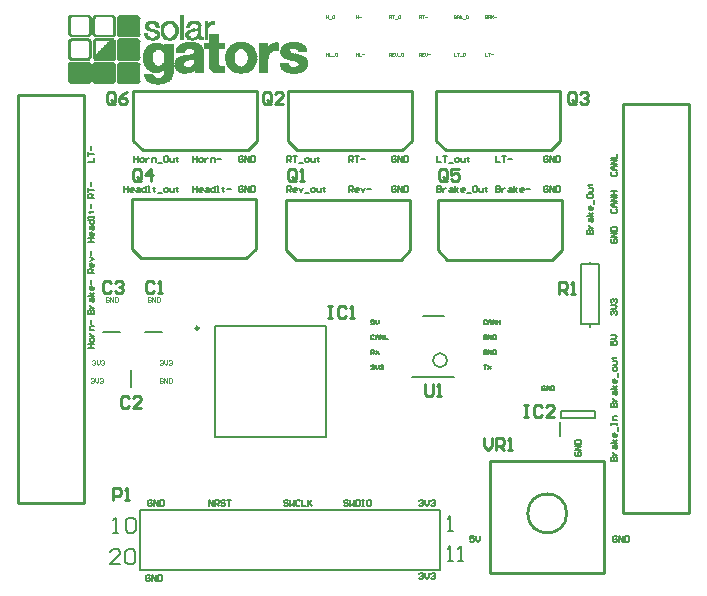
<source format=gto>
G04*
G04 #@! TF.GenerationSoftware,Altium Limited,Altium Designer,20.0.9 (164)*
G04*
G04 Layer_Color=65535*
%FSLAX25Y25*%
%MOIN*%
G70*
G01*
G75*
%ADD10C,0.00500*%
%ADD11C,0.00984*%
%ADD12C,0.01000*%
%ADD13C,0.00787*%
%ADD14C,0.00100*%
%ADD15C,0.00600*%
%ADD16C,0.00300*%
%ADD17C,0.00400*%
%ADD18C,0.00800*%
D10*
X147472Y79900D02*
G03*
X147472Y75200I0J-2350D01*
G01*
D02*
G03*
X147472Y79900I0J2350D01*
G01*
D11*
X66984Y88217D02*
G03*
X66984Y88217I-492J0D01*
G01*
D12*
X189700Y26500D02*
G03*
X189700Y26500I-6500J0D01*
G01*
X44685Y131311D02*
X82874D01*
X44685Y114776D02*
Y131311D01*
X86024Y114776D02*
Y129736D01*
X82874Y131311D02*
X84843D01*
X86024Y129736D02*
Y131311D01*
X84843D02*
X86024D01*
X82874Y111626D02*
X86024Y114776D01*
X47835Y111626D02*
X82874D01*
X44685Y114776D02*
X47835Y111626D01*
X146685Y130811D02*
X184874D01*
X146685Y114276D02*
Y130811D01*
X188024Y114276D02*
Y129236D01*
X184874Y130811D02*
X186843D01*
X188024Y129236D02*
Y130811D01*
X186843D02*
X188024D01*
X184874Y111126D02*
X188024Y114276D01*
X149835Y111126D02*
X184874D01*
X146685Y114276D02*
X149835Y111126D01*
X96185Y130811D02*
X134374D01*
X96185Y114276D02*
Y130811D01*
X137524Y114276D02*
Y129236D01*
X134374Y130811D02*
X136343D01*
X137524Y129236D02*
Y130811D01*
X136343D02*
X137524D01*
X134374Y111126D02*
X137524Y114276D01*
X99335Y111126D02*
X134374D01*
X96185Y114276D02*
X99335Y111126D01*
X146185Y167311D02*
X184374D01*
X146185Y150776D02*
Y167311D01*
X187524Y150776D02*
Y165736D01*
X184374Y167311D02*
X186343D01*
X187524Y165736D02*
Y167311D01*
X186343D02*
X187524D01*
X184374Y147626D02*
X187524Y150776D01*
X149335Y147626D02*
X184374D01*
X146185Y150776D02*
X149335Y147626D01*
X45185Y167311D02*
X83374D01*
X45185Y150776D02*
Y167311D01*
X86524Y150776D02*
Y165736D01*
X83374Y167311D02*
X85343D01*
X86524Y165736D02*
Y167311D01*
X85343D02*
X86524D01*
X83374Y147626D02*
X86524Y150776D01*
X48335Y147626D02*
X83374D01*
X45185Y150776D02*
X48335Y147626D01*
X96685Y167311D02*
X134874D01*
X96685Y150776D02*
Y167311D01*
X138024Y150776D02*
Y165736D01*
X134874Y167311D02*
X136843D01*
X138024Y165736D02*
Y167311D01*
X136843D02*
X138024D01*
X134874Y147626D02*
X138024Y150776D01*
X99835Y147626D02*
X134874D01*
X96685Y150776D02*
X99835Y147626D01*
X164000Y44000D02*
X202000D01*
X164000Y6500D02*
Y44000D01*
Y6500D02*
X202000D01*
Y44000D01*
X208327Y162988D02*
X230374D01*
X208327Y26768D02*
Y162988D01*
Y26768D02*
X230374D01*
Y162988D01*
X6909Y29835D02*
X28957D01*
Y166055D01*
X6909D02*
X28957D01*
X6909Y29835D02*
Y166055D01*
X37666Y103332D02*
X36999Y103999D01*
X35666D01*
X35000Y103332D01*
Y100666D01*
X35666Y100000D01*
X36999D01*
X37666Y100666D01*
X38999Y103332D02*
X39665Y103999D01*
X40998D01*
X41664Y103332D01*
Y102666D01*
X40998Y101999D01*
X40332D01*
X40998D01*
X41664Y101333D01*
Y100666D01*
X40998Y100000D01*
X39665D01*
X38999Y100666D01*
X43666Y64832D02*
X42999Y65499D01*
X41666D01*
X41000Y64832D01*
Y62166D01*
X41666Y61500D01*
X42999D01*
X43666Y62166D01*
X47664Y61500D02*
X44999D01*
X47664Y64166D01*
Y64832D01*
X46998Y65499D01*
X45665D01*
X44999Y64832D01*
X52166Y103332D02*
X51499Y103999D01*
X50166D01*
X49500Y103332D01*
Y100666D01*
X50166Y100000D01*
X51499D01*
X52166Y100666D01*
X53499Y100000D02*
X54832D01*
X54165D01*
Y103999D01*
X53499Y103332D01*
X162100Y51499D02*
Y48833D01*
X163433Y47500D01*
X164766Y48833D01*
Y51499D01*
X166099Y47500D02*
Y51499D01*
X168098D01*
X168764Y50832D01*
Y49499D01*
X168098Y48833D01*
X166099D01*
X167432D02*
X168764Y47500D01*
X170097D02*
X171430D01*
X170764D01*
Y51499D01*
X170097Y50832D01*
X142500Y69499D02*
Y66166D01*
X143166Y65500D01*
X144499D01*
X145166Y66166D01*
Y69499D01*
X146499Y65500D02*
X147832D01*
X147165D01*
Y69499D01*
X146499Y68832D01*
X187000Y99500D02*
Y103499D01*
X188999D01*
X189666Y102832D01*
Y101499D01*
X188999Y100833D01*
X187000D01*
X188333D02*
X189666Y99500D01*
X190999D02*
X192332D01*
X191665D01*
Y103499D01*
X190999Y102832D01*
X39166Y163666D02*
Y166332D01*
X38499Y166999D01*
X37166D01*
X36500Y166332D01*
Y163666D01*
X37166Y163000D01*
X38499D01*
X37833Y164333D02*
X39166Y163000D01*
X38499D02*
X39166Y163666D01*
X43165Y166999D02*
X41832Y166332D01*
X40499Y164999D01*
Y163666D01*
X41165Y163000D01*
X42498D01*
X43165Y163666D01*
Y164333D01*
X42498Y164999D01*
X40499D01*
X149866Y137967D02*
Y140632D01*
X149199Y141299D01*
X147866D01*
X147200Y140632D01*
Y137967D01*
X147866Y137300D01*
X149199D01*
X148533Y138633D02*
X149866Y137300D01*
X149199D02*
X149866Y137967D01*
X153865Y141299D02*
X151199D01*
Y139299D01*
X152532Y139966D01*
X153198D01*
X153865Y139299D01*
Y137967D01*
X153198Y137300D01*
X151865D01*
X151199Y137967D01*
X47866D02*
Y140632D01*
X47199Y141299D01*
X45866D01*
X45200Y140632D01*
Y137967D01*
X45866Y137300D01*
X47199D01*
X46533Y138633D02*
X47866Y137300D01*
X47199D02*
X47866Y137967D01*
X51198Y137300D02*
Y141299D01*
X49199Y139299D01*
X51864D01*
X192666Y163666D02*
Y166332D01*
X191999Y166999D01*
X190666D01*
X190000Y166332D01*
Y163666D01*
X190666Y163000D01*
X191999D01*
X191333Y164333D02*
X192666Y163000D01*
X191999D02*
X192666Y163666D01*
X193999Y166332D02*
X194665Y166999D01*
X195998D01*
X196665Y166332D01*
Y165666D01*
X195998Y164999D01*
X195332D01*
X195998D01*
X196665Y164333D01*
Y163666D01*
X195998Y163000D01*
X194665D01*
X193999Y163666D01*
X91166D02*
Y166332D01*
X90499Y166999D01*
X89166D01*
X88500Y166332D01*
Y163666D01*
X89166Y163000D01*
X90499D01*
X89833Y164333D02*
X91166Y163000D01*
X90499D02*
X91166Y163666D01*
X95165Y163000D02*
X92499D01*
X95165Y165666D01*
Y166332D01*
X94498Y166999D01*
X93165D01*
X92499Y166332D01*
X99366Y137967D02*
Y140632D01*
X98699Y141299D01*
X97366D01*
X96700Y140632D01*
Y137967D01*
X97366Y137300D01*
X98699D01*
X98033Y138633D02*
X99366Y137300D01*
X98699D02*
X99366Y137967D01*
X100699Y137300D02*
X102032D01*
X101365D01*
Y141299D01*
X100699Y140632D01*
X38400Y30900D02*
Y34899D01*
X40399D01*
X41066Y34232D01*
Y32899D01*
X40399Y32233D01*
X38400D01*
X42399Y30900D02*
X43732D01*
X43065D01*
Y34899D01*
X42399Y34232D01*
X175500Y62499D02*
X176833D01*
X176166D01*
Y58500D01*
X175500D01*
X176833D01*
X181498Y61832D02*
X180832Y62499D01*
X179499D01*
X178832Y61832D01*
Y59166D01*
X179499Y58500D01*
X180832D01*
X181498Y59166D01*
X185497Y58500D02*
X182831D01*
X185497Y61166D01*
Y61832D01*
X184830Y62499D01*
X183497D01*
X182831Y61832D01*
X110000Y95499D02*
X111333D01*
X110667D01*
Y91500D01*
X110000D01*
X111333D01*
X115998Y94832D02*
X115332Y95499D01*
X113999D01*
X113332Y94832D01*
Y92166D01*
X113999Y91500D01*
X115332D01*
X115998Y92166D01*
X117331Y91500D02*
X118664D01*
X117997D01*
Y95499D01*
X117331Y94832D01*
D13*
X187594Y52217D02*
Y56941D01*
X187791Y58319D02*
X199209D01*
Y60681D01*
X187791D02*
X199209D01*
X187791Y58319D02*
Y60681D01*
X197500Y109500D02*
Y110400D01*
Y88600D02*
Y89500D01*
Y109500D02*
X200500D01*
Y89500D02*
Y109500D01*
X194500Y89500D02*
X200500D01*
X194500D02*
Y109500D01*
X197500D01*
X141728Y92343D02*
X148815D01*
X138272Y72100D02*
X152272D01*
X35244Y86839D02*
X40756D01*
X72594Y88906D02*
X109406D01*
Y52094D02*
Y88906D01*
X72594Y52094D02*
X109406D01*
X72594D02*
Y88906D01*
X49244Y87000D02*
X54756D01*
X44500Y68744D02*
Y74256D01*
X47500Y7500D02*
X147500D01*
Y27500D01*
X47500D02*
X147500D01*
X47500Y7500D02*
Y27500D01*
D14*
X60800Y192800D02*
X61700D01*
X24300Y192700D02*
X30200D01*
X32400D02*
X38300D01*
X40600D02*
X46400D01*
X60800D02*
X61700D01*
X24000Y192600D02*
X24100D01*
X24200D02*
X30300D01*
X30400D02*
X30500D01*
X32100D02*
X32200D01*
X32300D02*
X38400D01*
X40500D02*
X46500D01*
X60800D02*
X61700D01*
X23900Y192500D02*
X24000D01*
X24100D02*
X30400D01*
X30500D02*
X30600D01*
X32000D02*
X32100D01*
X32200D02*
X38500D01*
X40400D02*
X46600D01*
X60800D02*
X61700D01*
X24000Y192400D02*
X30500D01*
X30600D02*
X30700D01*
X31900D02*
X32000D01*
X32100D02*
X38600D01*
X40300D02*
X46700D01*
X60800D02*
X61700D01*
X23700Y192300D02*
X23800D01*
X23900D02*
X30600D01*
X30700D02*
X30800D01*
X31800D02*
X31900D01*
X32000D02*
X38700D01*
X40200D02*
X46800D01*
X60800D02*
X61700D01*
X23600Y192200D02*
X23700D01*
X23800D02*
X30700D01*
X30800D02*
X30900D01*
X31700D02*
X31800D01*
X31900D02*
X38800D01*
X40100D02*
X46900D01*
X60800D02*
X61700D01*
X23700Y192100D02*
X24500D01*
X30000D02*
X30800D01*
X31800D02*
X32600D01*
X38100D02*
X38900D01*
X40000D02*
X47000D01*
X60800D02*
X61700D01*
X23600Y192000D02*
X24400D01*
X30100D02*
X30900D01*
X31700D02*
X32500D01*
X38200D02*
X39000D01*
X39900D02*
X47100D01*
X60800D02*
X61700D01*
X23500Y191900D02*
X24300D01*
X30200D02*
X31000D01*
X31700D02*
X32400D01*
X38300D02*
X39100D01*
X39800D02*
X47200D01*
X60800D02*
X61700D01*
X23500Y191800D02*
X24200D01*
X30300D02*
X31000D01*
X31600D02*
X32300D01*
X38400D02*
X39100D01*
X39800D02*
X47300D01*
X60800D02*
X61700D01*
X23500Y191700D02*
X24100D01*
X30400D02*
X31000D01*
X31600D02*
X32200D01*
X38500D02*
X39100D01*
X39800D02*
X47200D01*
X60800D02*
X61700D01*
X23500Y191600D02*
X24100D01*
X30400D02*
X31000D01*
X31600D02*
X32200D01*
X38500D02*
X39100D01*
X39800D02*
X47200D01*
X60800D02*
X61700D01*
X23500Y191500D02*
X24100D01*
X30400D02*
X31000D01*
X31600D02*
X32200D01*
X38500D02*
X39100D01*
X39800D02*
X47200D01*
X60800D02*
X61700D01*
X23500Y191400D02*
X24100D01*
X30400D02*
X31000D01*
X31600D02*
X32200D01*
X38500D02*
X39100D01*
X39800D02*
X47200D01*
X60800D02*
X61700D01*
X23500Y191300D02*
X24100D01*
X30400D02*
X31000D01*
X31600D02*
X32200D01*
X38500D02*
X39100D01*
X39800D02*
X47200D01*
X60800D02*
X61700D01*
X23500Y191200D02*
X24100D01*
X30400D02*
X31000D01*
X31600D02*
X32200D01*
X38500D02*
X39100D01*
X39800D02*
X47200D01*
X60800D02*
X61700D01*
X23500Y191100D02*
X24100D01*
X30400D02*
X31000D01*
X31600D02*
X32200D01*
X38500D02*
X39100D01*
X39800D02*
X47200D01*
X60800D02*
X61700D01*
X23500Y191000D02*
X24100D01*
X30400D02*
X31000D01*
X31600D02*
X32200D01*
X38500D02*
X39100D01*
X39800D02*
X47200D01*
X60800D02*
X61700D01*
X23500Y190900D02*
X24100D01*
X30400D02*
X31000D01*
X31600D02*
X32200D01*
X38500D02*
X39100D01*
X39800D02*
X47200D01*
X60800D02*
X61700D01*
X23500Y190800D02*
X24100D01*
X30400D02*
X31000D01*
X31600D02*
X32200D01*
X38500D02*
X39100D01*
X39800D02*
X47200D01*
X60800D02*
X61700D01*
X23500Y190700D02*
X24100D01*
X30400D02*
X31000D01*
X31600D02*
X32200D01*
X38500D02*
X39100D01*
X39800D02*
X47200D01*
X50900D02*
X51900D01*
X56600D02*
X57700D01*
X60800D02*
X61700D01*
X64800D02*
X66000D01*
X23500Y190600D02*
X24100D01*
X30400D02*
X31000D01*
X31600D02*
X32200D01*
X38500D02*
X39100D01*
X39800D02*
X47200D01*
X50400D02*
X52400D01*
X56200D02*
X58100D01*
X60800D02*
X61700D01*
X64300D02*
X66400D01*
X71300D02*
X72100D01*
X23500Y190500D02*
X24100D01*
X30400D02*
X31000D01*
X31600D02*
X32200D01*
X38500D02*
X39100D01*
X39800D02*
X47200D01*
X50100D02*
X52600D01*
X56000D02*
X58400D01*
X60800D02*
X61700D01*
X64000D02*
X66700D01*
X69000D02*
X69800D01*
X71000D02*
X72100D01*
X23500Y190400D02*
X24100D01*
X30400D02*
X31000D01*
X31600D02*
X32200D01*
X38500D02*
X39100D01*
X39800D02*
X47200D01*
X49900D02*
X52800D01*
X55800D02*
X58600D01*
X60800D02*
X61700D01*
X63900D02*
X66900D01*
X69000D02*
X69800D01*
X70800D02*
X72100D01*
X23500Y190300D02*
X24100D01*
X30400D02*
X31000D01*
X31600D02*
X32200D01*
X38500D02*
X39100D01*
X39800D02*
X47200D01*
X49800D02*
X52900D01*
X55600D02*
X58700D01*
X60800D02*
X61700D01*
X63700D02*
X67000D01*
X69000D02*
X69800D01*
X70600D02*
X72100D01*
X23500Y190200D02*
X24100D01*
X30400D02*
X31000D01*
X31600D02*
X32200D01*
X38500D02*
X39100D01*
X39800D02*
X47200D01*
X49600D02*
X53000D01*
X55500D02*
X58900D01*
X60800D02*
X61700D01*
X63600D02*
X67100D01*
X69000D02*
X69800D01*
X70500D02*
X72100D01*
X23500Y190100D02*
X24100D01*
X30400D02*
X31000D01*
X31600D02*
X32200D01*
X38500D02*
X39100D01*
X39800D02*
X47200D01*
X49500D02*
X53100D01*
X55300D02*
X59000D01*
X60800D02*
X61700D01*
X63500D02*
X67200D01*
X69000D02*
X69800D01*
X70300D02*
X72100D01*
X23500Y190000D02*
X24100D01*
X30400D02*
X31000D01*
X31600D02*
X32200D01*
X38500D02*
X39100D01*
X39800D02*
X47200D01*
X49400D02*
X51200D01*
X51400D02*
X53200D01*
X55200D02*
X57100D01*
X57300D02*
X59100D01*
X60800D02*
X61700D01*
X63400D02*
X65200D01*
X65400D02*
X67300D01*
X69000D02*
X69800D01*
X70200D02*
X72100D01*
X23500Y189900D02*
X24100D01*
X30400D02*
X31000D01*
X31600D02*
X32200D01*
X38500D02*
X39100D01*
X39800D02*
X47200D01*
X49400D02*
X50600D01*
X52000D02*
X53300D01*
X55100D02*
X56500D01*
X57800D02*
X59200D01*
X60800D02*
X61700D01*
X63300D02*
X64600D01*
X66100D02*
X67400D01*
X69000D02*
X69800D01*
X69900D02*
X70000D01*
X70100D02*
X72100D01*
X23500Y189800D02*
X24100D01*
X30400D02*
X31000D01*
X31600D02*
X32200D01*
X38500D02*
X39100D01*
X39800D02*
X47200D01*
X49300D02*
X50400D01*
X52200D02*
X53400D01*
X55000D02*
X56300D01*
X58100D02*
X59300D01*
X60800D02*
X61700D01*
X63200D02*
X64300D01*
X66300D02*
X67400D01*
X69000D02*
X69800D01*
X70100D02*
X72000D01*
X23500Y189700D02*
X24100D01*
X30400D02*
X31000D01*
X31600D02*
X32200D01*
X38500D02*
X39100D01*
X39800D02*
X47200D01*
X49200D02*
X50200D01*
X52100D02*
X52200D01*
X52400D02*
X53400D01*
X55000D02*
X56100D01*
X58200D02*
X59400D01*
X60800D02*
X61700D01*
X63200D02*
X64200D01*
X66200D02*
X66300D01*
X66500D02*
X67500D01*
X69000D02*
X69800D01*
X70000D02*
X71200D01*
X23500Y189600D02*
X24100D01*
X30400D02*
X31000D01*
X31600D02*
X32200D01*
X38500D02*
X39100D01*
X39800D02*
X47200D01*
X49200D02*
X50100D01*
X50300D02*
X50400D01*
X52500D02*
X53500D01*
X54900D02*
X56000D01*
X58100D02*
X58200D01*
X58400D02*
X59500D01*
X60800D02*
X61700D01*
X63100D02*
X64100D01*
X64200D02*
X64300D01*
X66600D02*
X67500D01*
X69000D02*
X69800D01*
X69900D02*
X70900D01*
X23500Y189500D02*
X24100D01*
X30400D02*
X31000D01*
X31600D02*
X32200D01*
X38500D02*
X39100D01*
X39800D02*
X47200D01*
X49200D02*
X50100D01*
X50200D02*
X50300D01*
X52600D02*
X53500D01*
X54800D02*
X55900D01*
X56000D02*
X56100D01*
X58500D02*
X59500D01*
X60800D02*
X61700D01*
X63100D02*
X64000D01*
X64100D02*
X64200D01*
X66600D02*
X67600D01*
X69000D02*
X69800D01*
X69900D02*
X70800D01*
X71000D02*
X71100D01*
X23500Y189400D02*
X24100D01*
X30400D02*
X31000D01*
X31600D02*
X32200D01*
X38500D02*
X39100D01*
X39800D02*
X47200D01*
X49100D02*
X50000D01*
X50100D02*
X50200D01*
X52600D02*
X53600D01*
X54700D02*
X55800D01*
X55900D02*
X56000D01*
X58600D02*
X59600D01*
X60800D02*
X61700D01*
X63000D02*
X63900D01*
X64000D02*
X64100D01*
X66700D02*
X67600D01*
X69000D02*
X70600D01*
X70800D02*
X70900D01*
X23500Y189300D02*
X24100D01*
X30400D02*
X31000D01*
X31600D02*
X32200D01*
X38500D02*
X39100D01*
X39800D02*
X47200D01*
X49100D02*
X50000D01*
X52700D02*
X53600D01*
X54700D02*
X55700D01*
X55800D02*
X55900D01*
X58700D02*
X59700D01*
X60800D02*
X61700D01*
X63000D02*
X63900D01*
X66700D02*
X67600D01*
X67700D02*
X67800D01*
X69000D02*
X70500D01*
X23500Y189200D02*
X24100D01*
X30400D02*
X31000D01*
X31600D02*
X32200D01*
X38500D02*
X39100D01*
X39800D02*
X47200D01*
X49100D02*
X50000D01*
X52700D02*
X53600D01*
X54600D02*
X55600D01*
X55700D02*
X55800D01*
X58700D02*
X59700D01*
X60800D02*
X61700D01*
X63000D02*
X63800D01*
X66700D02*
X67600D01*
X69000D02*
X70400D01*
X70500D02*
X70600D01*
X23500Y189100D02*
X24100D01*
X30400D02*
X31000D01*
X31600D02*
X32200D01*
X38500D02*
X39100D01*
X39800D02*
X47200D01*
X49100D02*
X50000D01*
X52800D02*
X53600D01*
X54600D02*
X55500D01*
X58600D02*
X58700D01*
X58800D02*
X59800D01*
X60800D02*
X61700D01*
X62900D02*
X63800D01*
X66800D02*
X67600D01*
X69000D02*
X70300D01*
X70400D02*
X70500D01*
X23500Y189000D02*
X24100D01*
X30400D02*
X31000D01*
X31600D02*
X32200D01*
X38500D02*
X39100D01*
X39800D02*
X47200D01*
X49100D02*
X50000D01*
X52800D02*
X53700D01*
X54500D02*
X55500D01*
X58900D02*
X59800D01*
X60800D02*
X61700D01*
X62900D02*
X63800D01*
X66800D02*
X67600D01*
X69000D02*
X70200D01*
X70300D02*
X70400D01*
X23500Y188900D02*
X24100D01*
X30400D02*
X31000D01*
X31600D02*
X32200D01*
X38500D02*
X39100D01*
X39800D02*
X47200D01*
X49100D02*
X50000D01*
X52600D02*
X52700D01*
X52800D02*
X53700D01*
X54500D02*
X55400D01*
X58900D02*
X59800D01*
X60800D02*
X61700D01*
X62900D02*
X63800D01*
X66800D02*
X67600D01*
X69000D02*
X70200D01*
X23500Y188800D02*
X24100D01*
X30400D02*
X31000D01*
X31600D02*
X32200D01*
X38500D02*
X39100D01*
X39800D02*
X47200D01*
X49100D02*
X50000D01*
X50100D02*
X50200D01*
X52800D02*
X53700D01*
X54500D02*
X55400D01*
X59000D02*
X59900D01*
X60800D02*
X61700D01*
X62900D02*
X63700D01*
X66800D02*
X67600D01*
X69000D02*
X70100D01*
X23500Y188700D02*
X24100D01*
X30400D02*
X31000D01*
X31600D02*
X32200D01*
X38500D02*
X39100D01*
X39800D02*
X47200D01*
X49100D02*
X50000D01*
X54400D02*
X55300D01*
X58800D02*
X58900D01*
X59000D02*
X59900D01*
X60800D02*
X61700D01*
X62900D02*
X63700D01*
X66800D02*
X67600D01*
X69000D02*
X70000D01*
X23500Y188600D02*
X24100D01*
X30400D02*
X31000D01*
X31600D02*
X32200D01*
X38500D02*
X39100D01*
X39800D02*
X47200D01*
X49100D02*
X50100D01*
X54400D02*
X55300D01*
X59000D02*
X59900D01*
X60800D02*
X61700D01*
X66800D02*
X67600D01*
X69000D02*
X70000D01*
X70100D02*
X70200D01*
X23500Y188500D02*
X24100D01*
X30400D02*
X31000D01*
X31600D02*
X32200D01*
X38500D02*
X39100D01*
X39800D02*
X47200D01*
X49200D02*
X50200D01*
X50400D02*
X50500D01*
X54400D02*
X55300D01*
X59100D02*
X60000D01*
X60800D02*
X61700D01*
X66700D02*
X67600D01*
X69000D02*
X70000D01*
X23500Y188400D02*
X24100D01*
X30400D02*
X31000D01*
X31600D02*
X32200D01*
X38500D02*
X39100D01*
X39800D02*
X47200D01*
X49200D02*
X50400D01*
X54400D02*
X55200D01*
X59100D02*
X60000D01*
X60800D02*
X61700D01*
X66700D02*
X67600D01*
X69000D02*
X69900D01*
X23500Y188300D02*
X24100D01*
X30400D02*
X31000D01*
X31600D02*
X32200D01*
X38500D02*
X39100D01*
X39800D02*
X47200D01*
X49300D02*
X50600D01*
X54300D02*
X55200D01*
X59100D02*
X60000D01*
X60100D02*
X60200D01*
X60800D02*
X61700D01*
X66600D02*
X67600D01*
X69000D02*
X69900D01*
X23500Y188200D02*
X24100D01*
X30400D02*
X31000D01*
X31600D02*
X32200D01*
X38500D02*
X39100D01*
X39800D02*
X47200D01*
X49300D02*
X50900D01*
X54300D02*
X55200D01*
X59100D02*
X60000D01*
X60800D02*
X61700D01*
X65200D02*
X65300D01*
X66400D02*
X67600D01*
X69000D02*
X69900D01*
X23500Y188100D02*
X24100D01*
X30400D02*
X31000D01*
X31600D02*
X32200D01*
X38500D02*
X39100D01*
X39800D02*
X47200D01*
X49400D02*
X51200D01*
X54300D02*
X55200D01*
X59200D02*
X60000D01*
X60800D02*
X61700D01*
X65700D02*
X67600D01*
X69000D02*
X69900D01*
X23500Y188000D02*
X24100D01*
X30400D02*
X31000D01*
X31600D02*
X32200D01*
X38500D02*
X39100D01*
X39800D02*
X47200D01*
X49500D02*
X51700D01*
X54300D02*
X55200D01*
X59200D02*
X60000D01*
X60800D02*
X61700D01*
X64900D02*
X67600D01*
X69000D02*
X69900D01*
X23500Y187900D02*
X24100D01*
X30400D02*
X31000D01*
X31600D02*
X32200D01*
X38500D02*
X39100D01*
X39800D02*
X47200D01*
X49600D02*
X52200D01*
X54300D02*
X55200D01*
X59000D02*
X59100D01*
X59200D02*
X60100D01*
X60800D02*
X61700D01*
X64300D02*
X67600D01*
X69000D02*
X69800D01*
X23500Y187800D02*
X24100D01*
X30400D02*
X31000D01*
X31600D02*
X32200D01*
X38500D02*
X39100D01*
X39800D02*
X47200D01*
X49700D02*
X52600D01*
X54300D02*
X55100D01*
X59200D02*
X60100D01*
X60800D02*
X61700D01*
X63900D02*
X67600D01*
X69000D02*
X69800D01*
X23500Y187700D02*
X24100D01*
X30400D02*
X31000D01*
X31600D02*
X32200D01*
X38500D02*
X39100D01*
X39800D02*
X47200D01*
X49900D02*
X52800D01*
X54300D02*
X55100D01*
X59200D02*
X60100D01*
X60800D02*
X61700D01*
X63600D02*
X67600D01*
X69000D02*
X69800D01*
X23500Y187600D02*
X24100D01*
X30400D02*
X31000D01*
X31600D02*
X32200D01*
X38500D02*
X39100D01*
X39800D02*
X47200D01*
X50100D02*
X53000D01*
X54300D02*
X55100D01*
X59200D02*
X60100D01*
X60800D02*
X61700D01*
X63400D02*
X66600D01*
X66800D02*
X67600D01*
X69000D02*
X69800D01*
X23500Y187500D02*
X24100D01*
X30400D02*
X31000D01*
X31600D02*
X32200D01*
X38500D02*
X39100D01*
X39800D02*
X47200D01*
X50400D02*
X53200D01*
X54300D02*
X55100D01*
X59200D02*
X60100D01*
X60800D02*
X61700D01*
X63300D02*
X66200D01*
X66800D02*
X67600D01*
X69000D02*
X69800D01*
X23500Y187400D02*
X24100D01*
X30400D02*
X31000D01*
X31600D02*
X32200D01*
X38500D02*
X39100D01*
X39800D02*
X47200D01*
X50700D02*
X53300D01*
X54300D02*
X55100D01*
X59200D02*
X60100D01*
X60800D02*
X61700D01*
X63200D02*
X65600D01*
X66800D02*
X67600D01*
X69000D02*
X69800D01*
X23500Y187300D02*
X24100D01*
X30400D02*
X31000D01*
X31600D02*
X32200D01*
X38500D02*
X39100D01*
X39800D02*
X47200D01*
X51200D02*
X53400D01*
X54300D02*
X55100D01*
X59200D02*
X60100D01*
X60800D02*
X61700D01*
X63000D02*
X64900D01*
X66800D02*
X67600D01*
X69000D02*
X69800D01*
X23500Y187200D02*
X24100D01*
X30400D02*
X31000D01*
X31600D02*
X32200D01*
X38500D02*
X39100D01*
X39800D02*
X47200D01*
X51600D02*
X53500D01*
X54300D02*
X55200D01*
X59000D02*
X59100D01*
X59200D02*
X60100D01*
X60800D02*
X61700D01*
X63000D02*
X64500D01*
X66800D02*
X67600D01*
X69000D02*
X69800D01*
X23500Y187100D02*
X24100D01*
X30400D02*
X31000D01*
X31600D02*
X32200D01*
X38500D02*
X39100D01*
X39800D02*
X47200D01*
X52000D02*
X53600D01*
X54300D02*
X55200D01*
X59200D02*
X60000D01*
X60800D02*
X61700D01*
X62900D02*
X64200D01*
X66800D02*
X67600D01*
X69000D02*
X69800D01*
X23500Y187000D02*
X24100D01*
X30400D02*
X31000D01*
X31600D02*
X32200D01*
X38500D02*
X39100D01*
X39800D02*
X47200D01*
X52300D02*
X53700D01*
X54300D02*
X55200D01*
X59200D02*
X60000D01*
X60800D02*
X61700D01*
X62800D02*
X64000D01*
X66800D02*
X67600D01*
X69000D02*
X69800D01*
X23500Y186900D02*
X24100D01*
X30400D02*
X31000D01*
X31600D02*
X32200D01*
X38500D02*
X39100D01*
X39800D02*
X47200D01*
X52600D02*
X53700D01*
X54300D02*
X55200D01*
X59100D02*
X60000D01*
X60800D02*
X61700D01*
X62800D02*
X63800D01*
X64000D02*
X64100D01*
X66800D02*
X67600D01*
X69000D02*
X69800D01*
X23500Y186800D02*
X24100D01*
X30400D02*
X31000D01*
X31600D02*
X32200D01*
X38500D02*
X39100D01*
X39800D02*
X47200D01*
X52700D02*
X53800D01*
X54300D02*
X55200D01*
X59100D02*
X60000D01*
X60100D02*
X60200D01*
X60800D02*
X61700D01*
X62700D02*
X63700D01*
X63800D02*
X63900D01*
X66800D02*
X67600D01*
X69000D02*
X69800D01*
X23500Y186700D02*
X24100D01*
X30400D02*
X31000D01*
X31600D02*
X32200D01*
X38500D02*
X39100D01*
X39800D02*
X47200D01*
X52600D02*
X52700D01*
X52800D02*
X53800D01*
X54400D02*
X55300D01*
X59100D02*
X60000D01*
X60800D02*
X61700D01*
X62700D02*
X63600D01*
X63700D02*
X63800D01*
X66800D02*
X67600D01*
X69000D02*
X69800D01*
X23500Y186600D02*
X24100D01*
X30400D02*
X31000D01*
X31600D02*
X32200D01*
X38500D02*
X39100D01*
X39800D02*
X47200D01*
X52700D02*
X52800D01*
X52900D02*
X53800D01*
X54400D02*
X55300D01*
X59100D02*
X60000D01*
X60800D02*
X61700D01*
X62700D02*
X63600D01*
X66800D02*
X67600D01*
X69000D02*
X69800D01*
X23500Y186500D02*
X24100D01*
X30400D02*
X31000D01*
X31600D02*
X32200D01*
X38500D02*
X39100D01*
X39800D02*
X47200D01*
X48900D02*
X49700D01*
X53000D02*
X53900D01*
X54400D02*
X55300D01*
X59000D02*
X59900D01*
X60800D02*
X61700D01*
X62600D02*
X63500D01*
X66700D02*
X67600D01*
X69000D02*
X69800D01*
X23500Y186400D02*
X24200D01*
X30300D02*
X31000D01*
X31600D02*
X32300D01*
X38500D02*
X39100D01*
X39800D02*
X47300D01*
X48900D02*
X49800D01*
X53000D02*
X53900D01*
X54400D02*
X55300D01*
X59000D02*
X59900D01*
X60800D02*
X61700D01*
X62600D02*
X63500D01*
X66700D02*
X67600D01*
X69000D02*
X69800D01*
X23500Y186300D02*
X24300D01*
X30200D02*
X31000D01*
X31600D02*
X32400D01*
X38400D02*
X39100D01*
X39800D02*
X47200D01*
X48900D02*
X49800D01*
X53000D02*
X53900D01*
X54500D02*
X55400D01*
X58900D02*
X59900D01*
X60800D02*
X61700D01*
X62600D02*
X63500D01*
X66700D02*
X67600D01*
X69000D02*
X69800D01*
X23600Y186200D02*
X24400D01*
X30100D02*
X30900D01*
X31700D02*
X32500D01*
X38300D02*
X39100D01*
X39800D02*
X47200D01*
X48900D02*
X49800D01*
X53000D02*
X53900D01*
X54500D02*
X55400D01*
X58900D02*
X59800D01*
X60800D02*
X61700D01*
X62600D02*
X63500D01*
X66600D02*
X67600D01*
X69000D02*
X69800D01*
X70600D02*
X73400D01*
X23700Y186100D02*
X24500D01*
X30000D02*
X30800D01*
X31800D02*
X32600D01*
X38200D02*
X39000D01*
X39900D02*
X47100D01*
X48900D02*
X49800D01*
X53000D02*
X53900D01*
X54500D02*
X55500D01*
X55600D02*
X55700D01*
X58800D02*
X59800D01*
X60800D02*
X61700D01*
X62600D02*
X63500D01*
X66400D02*
X66500D01*
X66600D02*
X67600D01*
X69000D02*
X69800D01*
X70600D02*
X73400D01*
X23800Y186000D02*
X24600D01*
X29800D02*
X30700D01*
X31700D02*
X31800D01*
X31900D02*
X32700D01*
X35100D02*
X35200D01*
X38100D02*
X38900D01*
X39800D02*
X39900D01*
X40000D02*
X47000D01*
X47100D02*
X47200D01*
X49000D02*
X49800D01*
X53000D02*
X53900D01*
X54600D02*
X55500D01*
X58600D02*
X58700D01*
X58800D02*
X59800D01*
X60800D02*
X61700D01*
X62600D02*
X63500D01*
X66600D02*
X67600D01*
X69000D02*
X69800D01*
X70600D02*
X73400D01*
X23900Y185900D02*
X30600D01*
X31800D02*
X31900D01*
X32000D02*
X38800D01*
X39900D02*
X40000D01*
X40100D02*
X46900D01*
X47000D02*
X47100D01*
X49000D02*
X49900D01*
X53000D02*
X53900D01*
X54600D02*
X55600D01*
X58500D02*
X58600D01*
X58700D02*
X59700D01*
X60800D02*
X61700D01*
X62600D02*
X63500D01*
X66300D02*
X66400D01*
X66500D02*
X67600D01*
X69000D02*
X69800D01*
X70600D02*
X73400D01*
X24000Y185800D02*
X30500D01*
X32100D02*
X38700D01*
X40000D02*
X40100D01*
X40200D02*
X46800D01*
X46900D02*
X47000D01*
X49000D02*
X49900D01*
X52900D02*
X53800D01*
X54700D02*
X55700D01*
X55800D02*
X55900D01*
X58700D02*
X59600D01*
X60800D02*
X61700D01*
X62600D02*
X63600D01*
X66200D02*
X66300D01*
X66400D02*
X67600D01*
X69000D02*
X69800D01*
X70600D02*
X73400D01*
X24100Y185700D02*
X30400D01*
X32000D02*
X32100D01*
X32200D02*
X38600D01*
X40100D02*
X40200D01*
X40300D02*
X46700D01*
X46800D02*
X46900D01*
X49100D02*
X50000D01*
X50100D02*
X50200D01*
X52700D02*
X52800D01*
X52900D02*
X53800D01*
X54700D02*
X55800D01*
X55900D02*
X56000D01*
X58600D02*
X59600D01*
X60800D02*
X61700D01*
X62700D02*
X63600D01*
X63700D02*
X63800D01*
X66100D02*
X66200D01*
X66300D02*
X67600D01*
X69000D02*
X69800D01*
X70600D02*
X73400D01*
X24200Y185600D02*
X30300D01*
X32300D02*
X38400D01*
X40200D02*
X40300D01*
X40400D02*
X46600D01*
X46700D02*
X46800D01*
X49100D02*
X50100D01*
X50200D02*
X50300D01*
X52600D02*
X52700D01*
X52800D02*
X53800D01*
X54800D02*
X55900D01*
X56000D02*
X56100D01*
X58200D02*
X58300D01*
X58500D02*
X59500D01*
X60800D02*
X61700D01*
X62700D02*
X63700D01*
X63800D02*
X63900D01*
X66200D02*
X67600D01*
X69000D02*
X69800D01*
X70600D02*
X73400D01*
X24300Y185500D02*
X30200D01*
X32400D02*
X38400D01*
X40300D02*
X40400D01*
X40500D02*
X46500D01*
X46600D02*
X46700D01*
X49100D02*
X50200D01*
X52700D02*
X53700D01*
X54900D02*
X56000D01*
X58400D02*
X59500D01*
X60800D02*
X61700D01*
X62700D02*
X63800D01*
X63900D02*
X64000D01*
X66100D02*
X67700D01*
X69000D02*
X69800D01*
X70600D02*
X73400D01*
X49200Y185400D02*
X50300D01*
X52600D02*
X53700D01*
X55000D02*
X56100D01*
X57900D02*
X58000D01*
X58200D02*
X59400D01*
X60800D02*
X61700D01*
X62800D02*
X63900D01*
X65900D02*
X66800D01*
X66900D02*
X67700D01*
X69000D02*
X69800D01*
X70600D02*
X73400D01*
X49300Y185300D02*
X50500D01*
X52400D02*
X53600D01*
X55000D02*
X56300D01*
X58000D02*
X59300D01*
X59400D02*
X59500D01*
X60800D02*
X61700D01*
X62800D02*
X64000D01*
X65700D02*
X66700D01*
X66900D02*
X67800D01*
X68200D02*
X68300D01*
X69000D02*
X69800D01*
X70600D02*
X73400D01*
X49300Y185200D02*
X50800D01*
X52100D02*
X53500D01*
X55100D02*
X56500D01*
X57800D02*
X59200D01*
X60800D02*
X61700D01*
X62900D02*
X64200D01*
X65400D02*
X66600D01*
X66900D02*
X68300D01*
X69000D02*
X69800D01*
X70600D02*
X73400D01*
X49400Y185100D02*
X53400D01*
X55200D02*
X59100D01*
X60800D02*
X61700D01*
X63000D02*
X66500D01*
X66700D02*
X66800D01*
X66900D02*
X68300D01*
X69000D02*
X69800D01*
X70600D02*
X73400D01*
X49500Y185000D02*
X53300D01*
X55400D02*
X59000D01*
X60800D02*
X61700D01*
X63000D02*
X66400D01*
X66900D02*
X68300D01*
X69000D02*
X69800D01*
X70600D02*
X73400D01*
X24300Y184900D02*
X30200D01*
X32500D02*
X38300D01*
X40600D02*
X46400D01*
X49600D02*
X53200D01*
X55500D02*
X58900D01*
X60800D02*
X61700D01*
X63100D02*
X66300D01*
X67000D02*
X68300D01*
X69000D02*
X69800D01*
X70600D02*
X73400D01*
X24200Y184800D02*
X30300D01*
X30400D02*
X30500D01*
X32400D02*
X38400D01*
X40500D02*
X46500D01*
X49800D02*
X53100D01*
X55600D02*
X58700D01*
X60800D02*
X61700D01*
X63200D02*
X66200D01*
X67100D02*
X68300D01*
X69000D02*
X69800D01*
X70600D02*
X73400D01*
X23900Y184700D02*
X24000D01*
X24100D02*
X30400D01*
X30500D02*
X30600D01*
X32300D02*
X38500D01*
X40400D02*
X46600D01*
X50000D02*
X52900D01*
X55800D02*
X58500D01*
X60800D02*
X61700D01*
X63400D02*
X66100D01*
X67200D02*
X68300D01*
X69000D02*
X69800D01*
X70600D02*
X73400D01*
X23800Y184600D02*
X23900D01*
X24000D02*
X30500D01*
X30600D02*
X30700D01*
X32200D02*
X38500D01*
X40300D02*
X46700D01*
X50200D02*
X52700D01*
X56000D02*
X58300D01*
X60800D02*
X61700D01*
X63600D02*
X65900D01*
X67300D02*
X68300D01*
X69000D02*
X69800D01*
X70600D02*
X73400D01*
X23700Y184500D02*
X23800D01*
X23900D02*
X30600D01*
X30700D02*
X30800D01*
X32100D02*
X38400D01*
X40200D02*
X46800D01*
X50400D02*
X52400D01*
X56300D02*
X58100D01*
X63800D02*
X65600D01*
X70600D02*
X73400D01*
X23600Y184400D02*
X23700D01*
X23800D02*
X30700D01*
X30800D02*
X30900D01*
X32000D02*
X38300D01*
X38400D02*
X38500D01*
X38600D02*
X38800D01*
X40100D02*
X46900D01*
X51000D02*
X51800D01*
X56800D02*
X57600D01*
X64300D02*
X65100D01*
X70600D02*
X73400D01*
X23700Y184300D02*
X24500D01*
X30000D02*
X30800D01*
X31900D02*
X32700D01*
X37400D02*
X38200D01*
X38300D02*
X38400D01*
X38500D02*
X38900D01*
X40000D02*
X47000D01*
X52100D02*
X52200D01*
X57800D02*
X57900D01*
X70600D02*
X73400D01*
X23600Y184200D02*
X24400D01*
X30100D02*
X30900D01*
X31800D02*
X32600D01*
X37300D02*
X38100D01*
X38200D02*
X38300D01*
X38400D02*
X39000D01*
X39900D02*
X47100D01*
X70600D02*
X73400D01*
X23500Y184100D02*
X24300D01*
X30200D02*
X31000D01*
X31700D02*
X32500D01*
X37200D02*
X38000D01*
X38100D02*
X38200D01*
X38300D02*
X39100D01*
X39800D02*
X47200D01*
X70600D02*
X73400D01*
X23500Y184000D02*
X24200D01*
X30300D02*
X31000D01*
X31700D02*
X32400D01*
X37100D02*
X37900D01*
X38000D02*
X38100D01*
X38200D02*
X39200D01*
X39800D02*
X47300D01*
X70600D02*
X73400D01*
X23500Y183900D02*
X24100D01*
X30400D02*
X31000D01*
X31700D02*
X32300D01*
X37000D02*
X37800D01*
X37900D02*
X38000D01*
X38100D02*
X39200D01*
X39800D02*
X47200D01*
X70600D02*
X73400D01*
X23500Y183800D02*
X24100D01*
X30400D02*
X31000D01*
X31700D02*
X32300D01*
X36900D02*
X37700D01*
X37800D02*
X37900D01*
X38000D02*
X39200D01*
X39800D02*
X47200D01*
X70600D02*
X73400D01*
X23500Y183700D02*
X24100D01*
X30400D02*
X31000D01*
X31700D02*
X32300D01*
X36800D02*
X37600D01*
X37700D02*
X37800D01*
X37900D02*
X39200D01*
X39800D02*
X47200D01*
X62700D02*
X62800D01*
X65200D02*
X65300D01*
X70600D02*
X73400D01*
X79900D02*
X80000D01*
X82000D02*
X82100D01*
X97300D02*
X97400D01*
X23500Y183600D02*
X24100D01*
X30400D02*
X31000D01*
X31700D02*
X32300D01*
X36700D02*
X37500D01*
X37600D02*
X37700D01*
X37800D02*
X39200D01*
X39800D02*
X47200D01*
X63100D02*
X64800D01*
X70600D02*
X73400D01*
X80300D02*
X81700D01*
X97700D02*
X99300D01*
X23500Y183500D02*
X24100D01*
X30400D02*
X31000D01*
X31700D02*
X32300D01*
X36600D02*
X37400D01*
X37500D02*
X37600D01*
X37700D02*
X39200D01*
X39800D02*
X47200D01*
X62400D02*
X65700D01*
X70600D02*
X73400D01*
X73500D02*
X73600D01*
X79600D02*
X82300D01*
X92300D02*
X93200D01*
X97000D02*
X100000D01*
X23500Y183400D02*
X24100D01*
X30400D02*
X31000D01*
X31700D02*
X32300D01*
X36500D02*
X37300D01*
X37400D02*
X37500D01*
X37600D02*
X39200D01*
X39800D02*
X47200D01*
X52200D02*
X53300D01*
X62000D02*
X66100D01*
X70600D02*
X73400D01*
X79300D02*
X82700D01*
X91900D02*
X93500D01*
X96600D02*
X100400D01*
X23500Y183300D02*
X24100D01*
X30400D02*
X31000D01*
X31700D02*
X32300D01*
X36400D02*
X37200D01*
X37300D02*
X37400D01*
X37500D02*
X39200D01*
X39800D02*
X47200D01*
X51600D02*
X53800D01*
X61600D02*
X66400D01*
X68900D02*
X75300D01*
X79000D02*
X83000D01*
X91600D02*
X93500D01*
X96200D02*
X100800D01*
X23500Y183200D02*
X24100D01*
X30400D02*
X31000D01*
X31700D02*
X32300D01*
X36300D02*
X37100D01*
X37200D02*
X37300D01*
X37400D02*
X39200D01*
X39800D02*
X47200D01*
X51300D02*
X54200D01*
X61400D02*
X66700D01*
X68900D02*
X75300D01*
X78700D02*
X83300D01*
X87100D02*
X89700D01*
X91400D02*
X93500D01*
X96000D02*
X101000D01*
X23500Y183100D02*
X24100D01*
X30400D02*
X31000D01*
X31700D02*
X32300D01*
X36200D02*
X37000D01*
X37100D02*
X37200D01*
X37300D02*
X39200D01*
X39800D02*
X47200D01*
X51100D02*
X54400D01*
X55600D02*
X58300D01*
X61200D02*
X66900D01*
X68900D02*
X75300D01*
X78500D02*
X83500D01*
X87100D02*
X89700D01*
X91200D02*
X93500D01*
X95800D02*
X101200D01*
X23500Y183000D02*
X24100D01*
X30400D02*
X31000D01*
X31700D02*
X32300D01*
X36100D02*
X36900D01*
X37000D02*
X37100D01*
X37200D02*
X39200D01*
X39800D02*
X47200D01*
X50900D02*
X54600D01*
X55600D02*
X58300D01*
X61000D02*
X67100D01*
X68900D02*
X75300D01*
X78300D02*
X83700D01*
X87100D02*
X89700D01*
X91000D02*
X93500D01*
X95300D02*
X95400D01*
X95600D02*
X101400D01*
X23500Y182900D02*
X24100D01*
X30400D02*
X31000D01*
X31700D02*
X32300D01*
X36000D02*
X36800D01*
X36900D02*
X37000D01*
X37100D02*
X39200D01*
X39800D02*
X47200D01*
X50700D02*
X54800D01*
X55600D02*
X58300D01*
X60800D02*
X67200D01*
X68900D02*
X75300D01*
X78100D02*
X83800D01*
X87100D02*
X89700D01*
X90900D02*
X93500D01*
X95400D02*
X101500D01*
X23500Y182800D02*
X24100D01*
X30400D02*
X31000D01*
X31700D02*
X32300D01*
X35900D02*
X36700D01*
X36800D02*
X36900D01*
X37000D02*
X39200D01*
X39800D02*
X47200D01*
X50500D02*
X54900D01*
X55600D02*
X58300D01*
X60600D02*
X67400D01*
X67500D02*
X67600D01*
X68900D02*
X75300D01*
X78000D02*
X84000D01*
X87100D02*
X89700D01*
X90700D02*
X93500D01*
X95300D02*
X101700D01*
X23500Y182700D02*
X24100D01*
X30400D02*
X31000D01*
X31700D02*
X32300D01*
X35800D02*
X36600D01*
X36700D02*
X36800D01*
X36900D02*
X39200D01*
X39800D02*
X47200D01*
X50400D02*
X55000D01*
X55600D02*
X58300D01*
X60500D02*
X67500D01*
X68900D02*
X75300D01*
X77800D02*
X84200D01*
X87100D02*
X89700D01*
X90600D02*
X93500D01*
X95200D02*
X101800D01*
X23500Y182600D02*
X24100D01*
X30400D02*
X31000D01*
X31700D02*
X32300D01*
X35700D02*
X36500D01*
X36600D02*
X36700D01*
X36800D02*
X39200D01*
X39800D02*
X47200D01*
X50000D02*
X50100D01*
X50200D02*
X55100D01*
X55600D02*
X58300D01*
X60400D02*
X67600D01*
X67700D02*
X67800D01*
X68900D02*
X75300D01*
X77700D02*
X84300D01*
X87100D02*
X89700D01*
X90500D02*
X93500D01*
X95100D02*
X101900D01*
X23500Y182500D02*
X24100D01*
X30400D02*
X31000D01*
X31700D02*
X32300D01*
X35600D02*
X36400D01*
X36500D02*
X36600D01*
X36700D02*
X39200D01*
X39800D02*
X47200D01*
X50100D02*
X55200D01*
X55600D02*
X58300D01*
X60300D02*
X67700D01*
X67800D02*
X67900D01*
X68900D02*
X75300D01*
X77600D02*
X84400D01*
X87100D02*
X89700D01*
X90400D02*
X93500D01*
X95000D02*
X102000D01*
X23500Y182400D02*
X24100D01*
X30400D02*
X31000D01*
X31700D02*
X32300D01*
X35500D02*
X36300D01*
X36400D02*
X36500D01*
X36600D02*
X39200D01*
X39800D02*
X47200D01*
X50000D02*
X55300D01*
X55400D02*
X55500D01*
X55600D02*
X58300D01*
X60200D02*
X67800D01*
X68900D02*
X75300D01*
X77500D02*
X84500D01*
X87100D02*
X89700D01*
X90300D02*
X93500D01*
X94900D02*
X102100D01*
X23500Y182300D02*
X24100D01*
X30400D02*
X31000D01*
X31700D02*
X32300D01*
X35400D02*
X36200D01*
X36300D02*
X36400D01*
X36500D02*
X39200D01*
X39800D02*
X47200D01*
X49900D02*
X55400D01*
X55600D02*
X58300D01*
X60100D02*
X67900D01*
X68900D02*
X75300D01*
X77400D02*
X84600D01*
X87100D02*
X89700D01*
X90200D02*
X93500D01*
X94800D02*
X102200D01*
X23500Y182200D02*
X24100D01*
X30400D02*
X31000D01*
X31700D02*
X32300D01*
X35300D02*
X36100D01*
X36200D02*
X36300D01*
X36400D02*
X39200D01*
X39800D02*
X47200D01*
X49800D02*
X55500D01*
X55600D02*
X58300D01*
X60000D02*
X67900D01*
X68900D02*
X75300D01*
X77300D02*
X84700D01*
X87100D02*
X89700D01*
X89900D02*
X90000D01*
X90100D02*
X93500D01*
X94700D02*
X102300D01*
X102400D02*
X102500D01*
X23500Y182100D02*
X24100D01*
X30400D02*
X31000D01*
X31700D02*
X32300D01*
X35200D02*
X36000D01*
X36100D02*
X36200D01*
X36300D02*
X39200D01*
X39800D02*
X47200D01*
X49500D02*
X49600D01*
X49700D02*
X55500D01*
X55600D02*
X58300D01*
X59900D02*
X68000D01*
X68900D02*
X75300D01*
X77200D02*
X84800D01*
X87100D02*
X89700D01*
X90000D02*
X93500D01*
X94600D02*
X102400D01*
X23500Y182000D02*
X24100D01*
X30400D02*
X31000D01*
X31700D02*
X32300D01*
X35100D02*
X35900D01*
X36000D02*
X36100D01*
X36200D02*
X39200D01*
X39800D02*
X47200D01*
X49600D02*
X58300D01*
X59800D02*
X68000D01*
X68900D02*
X75300D01*
X77100D02*
X84900D01*
X87100D02*
X89700D01*
X90000D02*
X93500D01*
X94600D02*
X102400D01*
X23500Y181900D02*
X24100D01*
X30400D02*
X31000D01*
X31700D02*
X32300D01*
X35000D02*
X35800D01*
X35900D02*
X36000D01*
X36100D02*
X39200D01*
X39800D02*
X47200D01*
X49500D02*
X58300D01*
X59700D02*
X68100D01*
X68900D02*
X75300D01*
X77000D02*
X85000D01*
X87100D02*
X89700D01*
X89900D02*
X93500D01*
X94500D02*
X102500D01*
X23500Y181800D02*
X24100D01*
X30400D02*
X31000D01*
X31700D02*
X32300D01*
X34900D02*
X35700D01*
X35800D02*
X35900D01*
X36000D02*
X39200D01*
X39800D02*
X47200D01*
X49500D02*
X58300D01*
X59700D02*
X68100D01*
X68900D02*
X75300D01*
X76900D02*
X85100D01*
X87100D02*
X89700D01*
X89800D02*
X93500D01*
X94500D02*
X102600D01*
X23500Y181700D02*
X24100D01*
X30400D02*
X31000D01*
X31700D02*
X32300D01*
X34800D02*
X35600D01*
X35700D02*
X35800D01*
X35900D02*
X39200D01*
X39800D02*
X47200D01*
X49400D02*
X58300D01*
X59600D02*
X63300D01*
X64400D02*
X68200D01*
X68900D02*
X75300D01*
X76800D02*
X85200D01*
X87100D02*
X89700D01*
X89800D02*
X93500D01*
X94400D02*
X97900D01*
X98900D02*
X102600D01*
X23500Y181600D02*
X24100D01*
X30400D02*
X31000D01*
X31700D02*
X32300D01*
X34700D02*
X35500D01*
X35600D02*
X35700D01*
X35800D02*
X39200D01*
X39800D02*
X47200D01*
X49300D02*
X58300D01*
X59600D02*
X62900D01*
X64800D02*
X68200D01*
X68900D02*
X75300D01*
X76800D02*
X85200D01*
X87100D02*
X93500D01*
X94400D02*
X97500D01*
X99400D02*
X102700D01*
X23500Y181500D02*
X24100D01*
X30400D02*
X31000D01*
X31700D02*
X32300D01*
X34600D02*
X35400D01*
X35500D02*
X35600D01*
X35700D02*
X39200D01*
X39800D02*
X47200D01*
X49300D02*
X58300D01*
X59500D02*
X62700D01*
X65000D02*
X68200D01*
X68900D02*
X75300D01*
X76700D02*
X80700D01*
X81300D02*
X85300D01*
X87100D02*
X93500D01*
X94300D02*
X97300D01*
X99600D02*
X102700D01*
X23500Y181400D02*
X24100D01*
X30400D02*
X31000D01*
X31700D02*
X32300D01*
X34500D02*
X35300D01*
X35400D02*
X35500D01*
X35600D02*
X39200D01*
X39800D02*
X47200D01*
X49200D02*
X58300D01*
X59500D02*
X62600D01*
X64900D02*
X65000D01*
X65200D02*
X68200D01*
X70600D02*
X73400D01*
X76600D02*
X80200D01*
X81800D02*
X85400D01*
X87100D02*
X93500D01*
X94300D02*
X97200D01*
X99500D02*
X99600D01*
X99800D02*
X102700D01*
X23500Y181300D02*
X24100D01*
X30400D02*
X31000D01*
X31700D02*
X32300D01*
X34400D02*
X35200D01*
X35300D02*
X35400D01*
X35500D02*
X39200D01*
X39800D02*
X47200D01*
X49100D02*
X53200D01*
X53600D02*
X58300D01*
X59400D02*
X62400D01*
X62600D02*
X62700D01*
X65000D02*
X65100D01*
X65200D02*
X68300D01*
X70600D02*
X73400D01*
X73500D02*
X73600D01*
X76600D02*
X80000D01*
X82000D02*
X85400D01*
X87100D02*
X93500D01*
X94300D02*
X97100D01*
X99700D02*
X99800D01*
X99900D02*
X102800D01*
X23500Y181200D02*
X24100D01*
X30400D02*
X31000D01*
X31700D02*
X32300D01*
X34300D02*
X35100D01*
X35200D02*
X35300D01*
X35400D02*
X39200D01*
X39800D02*
X47200D01*
X49100D02*
X52700D01*
X54200D02*
X58300D01*
X59400D02*
X62400D01*
X62500D02*
X62600D01*
X65100D02*
X65200D01*
X65300D02*
X68300D01*
X70600D02*
X73400D01*
X76500D02*
X79800D01*
X80000D02*
X80100D01*
X82200D02*
X85500D01*
X87100D02*
X93500D01*
X94300D02*
X97100D01*
X99800D02*
X99900D01*
X100000D02*
X102800D01*
X23500Y181100D02*
X24100D01*
X30400D02*
X31000D01*
X31700D02*
X32300D01*
X34200D02*
X35000D01*
X35100D02*
X35200D01*
X35300D02*
X39200D01*
X39800D02*
X47200D01*
X49000D02*
X52500D01*
X54400D02*
X58300D01*
X59400D02*
X62300D01*
X62400D02*
X62500D01*
X65400D02*
X68300D01*
X70600D02*
X73400D01*
X76500D02*
X79600D01*
X79800D02*
X79900D01*
X82300D02*
X85500D01*
X87100D02*
X93500D01*
X94300D02*
X97000D01*
X100100D02*
X102800D01*
X23500Y181000D02*
X24100D01*
X30400D02*
X31000D01*
X31700D02*
X32300D01*
X34100D02*
X34900D01*
X35000D02*
X35100D01*
X35200D02*
X39200D01*
X39800D02*
X47200D01*
X48800D02*
X48900D01*
X49000D02*
X52300D01*
X54600D02*
X58300D01*
X59400D02*
X62300D01*
X65400D02*
X68300D01*
X70600D02*
X73400D01*
X76400D02*
X79500D01*
X82200D02*
X82300D01*
X82500D02*
X85600D01*
X87100D02*
X93500D01*
X94200D02*
X97000D01*
X100100D02*
X102800D01*
X23500Y180900D02*
X24100D01*
X30400D02*
X31000D01*
X31700D02*
X32300D01*
X34000D02*
X34800D01*
X34900D02*
X35000D01*
X35100D02*
X39200D01*
X39800D02*
X47200D01*
X48900D02*
X52200D01*
X54500D02*
X54600D01*
X54800D02*
X58300D01*
X59300D02*
X62200D01*
X65400D02*
X68300D01*
X70600D02*
X73400D01*
X76400D02*
X79400D01*
X82600D02*
X85600D01*
X87100D02*
X91900D01*
X93100D02*
X93500D01*
X94200D02*
X97000D01*
X100100D02*
X102900D01*
X23500Y180800D02*
X24100D01*
X30400D02*
X31000D01*
X31700D02*
X32300D01*
X33900D02*
X34700D01*
X34800D02*
X34900D01*
X35000D02*
X39200D01*
X39800D02*
X47200D01*
X48900D02*
X52100D01*
X52200D02*
X52300D01*
X54900D02*
X58300D01*
X59300D02*
X62200D01*
X65500D02*
X68300D01*
X70600D02*
X73400D01*
X76300D02*
X79300D01*
X82700D02*
X85700D01*
X87100D02*
X91500D01*
X94200D02*
X97000D01*
X100200D02*
X102900D01*
X23500Y180700D02*
X24100D01*
X30400D02*
X31000D01*
X31700D02*
X32300D01*
X33800D02*
X34600D01*
X34700D02*
X34800D01*
X34900D02*
X39200D01*
X39800D02*
X47200D01*
X48900D02*
X52000D01*
X52100D02*
X52200D01*
X55000D02*
X58300D01*
X59300D02*
X62100D01*
X65500D02*
X68300D01*
X70600D02*
X73400D01*
X76300D02*
X79300D01*
X82700D02*
X85700D01*
X87100D02*
X91200D01*
X94200D02*
X97100D01*
X100200D02*
X102900D01*
X23500Y180600D02*
X24100D01*
X30400D02*
X31000D01*
X31700D02*
X32300D01*
X33700D02*
X34500D01*
X34600D02*
X34700D01*
X34800D02*
X39200D01*
X39800D02*
X47200D01*
X48800D02*
X51900D01*
X52000D02*
X52100D01*
X55100D02*
X58300D01*
X59300D02*
X62100D01*
X65500D02*
X68300D01*
X70600D02*
X73400D01*
X76200D02*
X79200D01*
X79300D02*
X79400D01*
X82600D02*
X82700D01*
X82800D02*
X85800D01*
X87100D02*
X91000D01*
X94200D02*
X97100D01*
X97200D02*
X97300D01*
X100200D02*
X102900D01*
X23500Y180500D02*
X24100D01*
X30400D02*
X31000D01*
X31700D02*
X32300D01*
X33600D02*
X34400D01*
X34500D02*
X34600D01*
X34700D02*
X39200D01*
X40000D02*
X46900D01*
X48800D02*
X51800D01*
X51900D02*
X52000D01*
X55100D02*
X58300D01*
X59300D02*
X62100D01*
X65500D02*
X68300D01*
X70600D02*
X73400D01*
X76200D02*
X79100D01*
X82900D02*
X85800D01*
X87100D02*
X90900D01*
X94200D02*
X97100D01*
X100200D02*
X102900D01*
X23500Y180400D02*
X24100D01*
X30400D02*
X31000D01*
X31700D02*
X32300D01*
X33500D02*
X34300D01*
X34400D02*
X34500D01*
X34600D02*
X39200D01*
X39800D02*
X47200D01*
X48800D02*
X51700D01*
X55000D02*
X55100D01*
X55200D02*
X58300D01*
X59300D02*
X62100D01*
X65500D02*
X68300D01*
X70600D02*
X73400D01*
X76200D02*
X79100D01*
X82900D02*
X85800D01*
X87100D02*
X90700D01*
X90900D02*
X91000D01*
X94200D02*
X97200D01*
X97400D02*
X97500D01*
X23500Y180300D02*
X24100D01*
X30400D02*
X31000D01*
X31700D02*
X32300D01*
X33400D02*
X34200D01*
X34300D02*
X34400D01*
X34500D02*
X39200D01*
X39800D02*
X47200D01*
X48700D02*
X51700D01*
X55200D02*
X58300D01*
X59300D02*
X62100D01*
X65500D02*
X68300D01*
X70600D02*
X73400D01*
X76100D02*
X79000D01*
X83000D02*
X85900D01*
X87100D02*
X90600D01*
X94200D02*
X97400D01*
X23500Y180200D02*
X24100D01*
X30400D02*
X31000D01*
X31700D02*
X32300D01*
X33300D02*
X34100D01*
X34200D02*
X34300D01*
X34400D02*
X39200D01*
X39800D02*
X47200D01*
X48700D02*
X51600D01*
X55300D02*
X58300D01*
X65400D02*
X68300D01*
X70600D02*
X73400D01*
X76100D02*
X79000D01*
X83000D02*
X85900D01*
X87100D02*
X90500D01*
X94200D02*
X97500D01*
X23500Y180100D02*
X24100D01*
X30400D02*
X31000D01*
X31700D02*
X32300D01*
X33200D02*
X34000D01*
X34100D02*
X34200D01*
X34300D02*
X39200D01*
X39800D02*
X47200D01*
X48700D02*
X51600D01*
X55300D02*
X58300D01*
X65200D02*
X65300D01*
X65400D02*
X68300D01*
X70600D02*
X73400D01*
X76100D02*
X78900D01*
X83100D02*
X85900D01*
X87100D02*
X90500D01*
X94200D02*
X97700D01*
X23500Y180000D02*
X24100D01*
X30400D02*
X31000D01*
X31700D02*
X32300D01*
X33100D02*
X33900D01*
X34200D02*
X39200D01*
X39800D02*
X47200D01*
X48700D02*
X51500D01*
X55400D02*
X58300D01*
X65100D02*
X65200D01*
X65300D02*
X68300D01*
X70600D02*
X73400D01*
X76000D02*
X78900D01*
X83100D02*
X85900D01*
X87100D02*
X90400D01*
X90500D02*
X90600D01*
X94300D02*
X98000D01*
X23500Y179900D02*
X24100D01*
X30400D02*
X31000D01*
X31700D02*
X32300D01*
X33000D02*
X33800D01*
X34100D02*
X39200D01*
X39800D02*
X47200D01*
X48600D02*
X51500D01*
X55400D02*
X58300D01*
X65200D02*
X68300D01*
X70600D02*
X73400D01*
X76000D02*
X78900D01*
X83100D02*
X86000D01*
X87100D02*
X90300D01*
X94300D02*
X98400D01*
X99000D02*
X99100D01*
X23500Y179800D02*
X24100D01*
X30500D02*
X31000D01*
X31700D02*
X32300D01*
X32900D02*
X33700D01*
X34000D02*
X39200D01*
X39800D02*
X47200D01*
X48600D02*
X51500D01*
X55500D02*
X58300D01*
X65100D02*
X68300D01*
X70600D02*
X73400D01*
X76000D02*
X78800D01*
X83200D02*
X86000D01*
X87100D02*
X90300D01*
X94300D02*
X98800D01*
X23500Y179700D02*
X24100D01*
X30400D02*
X31000D01*
X31700D02*
X32300D01*
X32800D02*
X33600D01*
X33900D02*
X39200D01*
X39800D02*
X47200D01*
X48600D02*
X51400D01*
X55500D02*
X58300D01*
X64800D02*
X68300D01*
X70600D02*
X73400D01*
X76000D02*
X78800D01*
X83200D02*
X86000D01*
X87100D02*
X90200D01*
X90300D02*
X90400D01*
X94300D02*
X99300D01*
X23500Y179600D02*
X24100D01*
X30400D02*
X31000D01*
X31700D02*
X32300D01*
X32700D02*
X33500D01*
X33800D02*
X39200D01*
X39800D02*
X47200D01*
X48600D02*
X51400D01*
X55500D02*
X58300D01*
X64500D02*
X68300D01*
X70600D02*
X73400D01*
X76000D02*
X78800D01*
X83000D02*
X83100D01*
X83200D02*
X86000D01*
X87100D02*
X90200D01*
X94400D02*
X99800D01*
X23500Y179500D02*
X24100D01*
X30400D02*
X31000D01*
X31700D02*
X32300D01*
X32600D02*
X33400D01*
X33700D02*
X39200D01*
X39800D02*
X47200D01*
X48600D02*
X51400D01*
X55500D02*
X58300D01*
X64000D02*
X68300D01*
X70600D02*
X73400D01*
X75900D02*
X78800D01*
X83200D02*
X86100D01*
X87100D02*
X90100D01*
X94400D02*
X100200D01*
X23500Y179400D02*
X24100D01*
X30400D02*
X31000D01*
X31700D02*
X32300D01*
X32500D02*
X33300D01*
X33600D02*
X39200D01*
X39800D02*
X47200D01*
X48500D02*
X51400D01*
X55500D02*
X58300D01*
X62000D02*
X62100D01*
X63100D02*
X68300D01*
X70600D02*
X73400D01*
X75900D02*
X78800D01*
X83200D02*
X86100D01*
X87100D02*
X90100D01*
X94500D02*
X100600D01*
X23500Y179300D02*
X24100D01*
X30400D02*
X31000D01*
X31700D02*
X32300D01*
X32400D02*
X33200D01*
X33500D02*
X39200D01*
X39800D02*
X47200D01*
X48500D02*
X51400D01*
X55600D02*
X58300D01*
X62300D02*
X68300D01*
X70600D02*
X73400D01*
X75900D02*
X78800D01*
X83200D02*
X86100D01*
X87100D02*
X90100D01*
X94500D02*
X100900D01*
X23500Y179200D02*
X24100D01*
X30400D02*
X31000D01*
X31700D02*
X33100D01*
X33400D02*
X39200D01*
X39800D02*
X47200D01*
X48500D02*
X51300D01*
X55600D02*
X58300D01*
X61800D02*
X68300D01*
X70600D02*
X73400D01*
X75900D02*
X78700D01*
X83300D02*
X86100D01*
X87100D02*
X90000D01*
X94600D02*
X101200D01*
X23500Y179100D02*
X24100D01*
X30400D02*
X31000D01*
X31700D02*
X33000D01*
X33300D02*
X39200D01*
X39800D02*
X47200D01*
X48500D02*
X51300D01*
X55600D02*
X58300D01*
X61300D02*
X68300D01*
X70600D02*
X73400D01*
X75900D02*
X78700D01*
X83300D02*
X86100D01*
X86200D02*
X86300D01*
X87100D02*
X90000D01*
X94700D02*
X101500D01*
X23500Y179000D02*
X24100D01*
X30400D02*
X31000D01*
X31700D02*
X32900D01*
X33200D02*
X39200D01*
X39800D02*
X47200D01*
X48500D02*
X51300D01*
X55600D02*
X58300D01*
X61000D02*
X68300D01*
X70600D02*
X73400D01*
X75900D02*
X78700D01*
X83300D02*
X86100D01*
X86200D02*
X86300D01*
X87100D02*
X90000D01*
X94800D02*
X101700D01*
X23500Y178900D02*
X24100D01*
X30400D02*
X31000D01*
X31700D02*
X32800D01*
X33100D02*
X39200D01*
X39800D02*
X47200D01*
X48500D02*
X51300D01*
X55600D02*
X58300D01*
X60700D02*
X68300D01*
X70600D02*
X73400D01*
X75900D02*
X78700D01*
X83300D02*
X86100D01*
X87100D02*
X90000D01*
X94900D02*
X101900D01*
X23500Y178800D02*
X24100D01*
X30400D02*
X31000D01*
X31700D02*
X32700D01*
X33000D02*
X39200D01*
X39800D02*
X47200D01*
X48500D02*
X51300D01*
X55600D02*
X58300D01*
X60500D02*
X68300D01*
X70600D02*
X73400D01*
X75900D02*
X78700D01*
X83300D02*
X86100D01*
X87100D02*
X89900D01*
X95000D02*
X102000D01*
X23500Y178700D02*
X24100D01*
X30400D02*
X31000D01*
X31700D02*
X32600D01*
X32900D02*
X39200D01*
X39800D02*
X47200D01*
X48500D02*
X51300D01*
X55600D02*
X58300D01*
X60300D02*
X68300D01*
X70600D02*
X73400D01*
X75900D02*
X78700D01*
X83300D02*
X86100D01*
X87100D02*
X89900D01*
X95100D02*
X102200D01*
X23500Y178600D02*
X24200D01*
X30300D02*
X31000D01*
X31700D02*
X32500D01*
X32800D02*
X39200D01*
X39800D02*
X47300D01*
X48500D02*
X51300D01*
X55600D02*
X58300D01*
X60100D02*
X68300D01*
X70600D02*
X73400D01*
X75900D02*
X78700D01*
X83300D02*
X86100D01*
X87100D02*
X89900D01*
X95300D02*
X102300D01*
X23500Y178500D02*
X24300D01*
X30200D02*
X31000D01*
X31700D02*
X32400D01*
X32700D02*
X39100D01*
X39800D02*
X47200D01*
X48500D02*
X51300D01*
X55600D02*
X58300D01*
X60000D02*
X68300D01*
X70600D02*
X73400D01*
X75900D02*
X78700D01*
X83300D02*
X86100D01*
X87100D02*
X89900D01*
X90000D02*
X90100D01*
X95400D02*
X102400D01*
X23600Y178400D02*
X24400D01*
X30100D02*
X30900D01*
X31700D02*
X32300D01*
X32600D02*
X39100D01*
X39800D02*
X47200D01*
X48500D02*
X51300D01*
X55600D02*
X58300D01*
X59900D02*
X68300D01*
X70600D02*
X73400D01*
X75900D02*
X78700D01*
X83300D02*
X86100D01*
X87100D02*
X89900D01*
X90000D02*
X90100D01*
X95600D02*
X102500D01*
X23700Y178300D02*
X24500D01*
X30000D02*
X30800D01*
X31800D02*
X32200D01*
X32500D02*
X39000D01*
X39900D02*
X47100D01*
X48500D02*
X51300D01*
X55600D02*
X58300D01*
X59700D02*
X68300D01*
X70600D02*
X73400D01*
X75900D02*
X78700D01*
X83300D02*
X86100D01*
X87100D02*
X89900D01*
X95800D02*
X102600D01*
X23800Y178200D02*
X30700D01*
X31900D02*
X32100D01*
X32400D02*
X38900D01*
X39000D02*
X39100D01*
X39800D02*
X39900D01*
X40000D02*
X47000D01*
X47100D02*
X47200D01*
X48500D02*
X51300D01*
X55600D02*
X58300D01*
X59600D02*
X65400D01*
X65500D02*
X68300D01*
X70600D02*
X73400D01*
X75900D02*
X78700D01*
X83300D02*
X86100D01*
X87100D02*
X89900D01*
X96100D02*
X102700D01*
X23900Y178100D02*
X30600D01*
X32300D02*
X38800D01*
X38900D02*
X39000D01*
X39900D02*
X40000D01*
X40100D02*
X46900D01*
X47000D02*
X47100D01*
X48500D02*
X51300D01*
X55600D02*
X58300D01*
X59600D02*
X65100D01*
X65500D02*
X68300D01*
X70600D02*
X73400D01*
X75900D02*
X78700D01*
X83300D02*
X86100D01*
X87100D02*
X89900D01*
X96400D02*
X102800D01*
X24000Y178000D02*
X30500D01*
X32200D02*
X38700D01*
X38800D02*
X38900D01*
X40000D02*
X40100D01*
X40200D02*
X46800D01*
X46900D02*
X47000D01*
X48500D02*
X51300D01*
X55600D02*
X58300D01*
X59500D02*
X64800D01*
X65500D02*
X68300D01*
X70600D02*
X73400D01*
X75900D02*
X78700D01*
X83300D02*
X86100D01*
X87100D02*
X89900D01*
X96800D02*
X102900D01*
X24100Y177900D02*
X30400D01*
X32200D02*
X38600D01*
X38700D02*
X38800D01*
X40100D02*
X40200D01*
X40300D02*
X46700D01*
X46800D02*
X46900D01*
X48500D02*
X51400D01*
X55600D02*
X58300D01*
X59400D02*
X64200D01*
X65500D02*
X68300D01*
X70600D02*
X73400D01*
X75900D02*
X78700D01*
X83300D02*
X86100D01*
X86200D02*
X86300D01*
X87100D02*
X89900D01*
X97100D02*
X102900D01*
X24200Y177800D02*
X30300D01*
X32300D02*
X38500D01*
X38600D02*
X38700D01*
X40200D02*
X40300D01*
X40400D02*
X46600D01*
X46700D02*
X46800D01*
X48500D02*
X51400D01*
X55600D02*
X58300D01*
X59300D02*
X63500D01*
X65500D02*
X68300D01*
X70600D02*
X73400D01*
X75900D02*
X78700D01*
X83300D02*
X86100D01*
X87100D02*
X89900D01*
X97600D02*
X103000D01*
X24300Y177700D02*
X30200D01*
X32200D02*
X32300D01*
X32400D02*
X38400D01*
X40500D02*
X46500D01*
X48500D02*
X51400D01*
X55600D02*
X58300D01*
X59300D02*
X63000D01*
X65500D02*
X68300D01*
X70600D02*
X73400D01*
X75900D02*
X78700D01*
X83200D02*
X86100D01*
X87100D02*
X89900D01*
X98000D02*
X103000D01*
X48600Y177600D02*
X51400D01*
X55500D02*
X58300D01*
X59200D02*
X62700D01*
X63100D02*
X63200D01*
X65500D02*
X68300D01*
X70600D02*
X73400D01*
X75900D02*
X78800D01*
X83200D02*
X86100D01*
X87100D02*
X89900D01*
X97800D02*
X97900D01*
X98400D02*
X103000D01*
X48600Y177500D02*
X51400D01*
X55500D02*
X58300D01*
X59200D02*
X62400D01*
X65500D02*
X68300D01*
X70600D02*
X73400D01*
X75900D02*
X78800D01*
X83200D02*
X86100D01*
X87100D02*
X89900D01*
X98800D02*
X103100D01*
X48600Y177400D02*
X51500D01*
X55500D02*
X58300D01*
X59100D02*
X62300D01*
X65500D02*
X68300D01*
X70600D02*
X73400D01*
X76000D02*
X78800D01*
X83000D02*
X83100D01*
X83200D02*
X86000D01*
X87100D02*
X89900D01*
X99200D02*
X103100D01*
X48600Y177300D02*
X51500D01*
X55500D02*
X58300D01*
X59100D02*
X62100D01*
X62300D02*
X62400D01*
X65500D02*
X68300D01*
X70600D02*
X73400D01*
X76000D02*
X78800D01*
X83200D02*
X86000D01*
X87100D02*
X89900D01*
X99500D02*
X103100D01*
X48600Y177200D02*
X51500D01*
X55400D02*
X58300D01*
X59100D02*
X62000D01*
X65500D02*
X68300D01*
X70600D02*
X73400D01*
X76000D02*
X78800D01*
X83200D02*
X86000D01*
X87100D02*
X89900D01*
X99700D02*
X103100D01*
X24300Y177100D02*
X30200D01*
X32400D02*
X38300D01*
X40600D02*
X46400D01*
X48600D02*
X51600D01*
X55400D02*
X58300D01*
X59000D02*
X62000D01*
X65500D02*
X68300D01*
X70600D02*
X73400D01*
X76000D02*
X78900D01*
X83100D02*
X86000D01*
X87100D02*
X89900D01*
X99900D02*
X103200D01*
X24000Y177000D02*
X24100D01*
X24200D02*
X30300D01*
X30400D02*
X30500D01*
X32100D02*
X32200D01*
X32300D02*
X38400D01*
X40500D02*
X46500D01*
X48700D02*
X51600D01*
X55300D02*
X58300D01*
X59000D02*
X61900D01*
X62000D02*
X62100D01*
X65400D02*
X68300D01*
X70600D02*
X73400D01*
X76000D02*
X78900D01*
X83100D02*
X86000D01*
X87100D02*
X89900D01*
X99800D02*
X99900D01*
X100100D02*
X103200D01*
X23900Y176900D02*
X24000D01*
X24100D02*
X30400D01*
X30500D02*
X30600D01*
X32000D02*
X32100D01*
X32200D02*
X38500D01*
X40400D02*
X46600D01*
X48700D02*
X51700D01*
X55300D02*
X58300D01*
X59000D02*
X61900D01*
X65400D02*
X68300D01*
X70600D02*
X73400D01*
X76100D02*
X78900D01*
X83100D02*
X85900D01*
X87100D02*
X89900D01*
X100200D02*
X103200D01*
X23800Y176800D02*
X23900D01*
X24000D02*
X30500D01*
X30600D02*
X30700D01*
X31900D02*
X32000D01*
X32100D02*
X38600D01*
X40300D02*
X46700D01*
X48700D02*
X51700D01*
X51800D02*
X51900D01*
X55200D02*
X58300D01*
X58800D02*
X58900D01*
X59000D02*
X61800D01*
X65400D02*
X68300D01*
X70600D02*
X73400D01*
X76100D02*
X79000D01*
X83000D02*
X85900D01*
X87100D02*
X89900D01*
X94000D02*
X96700D01*
X100300D02*
X103200D01*
X23900Y176700D02*
X30600D01*
X30700D02*
X30800D01*
X32000D02*
X38700D01*
X40200D02*
X46800D01*
X48700D02*
X51800D01*
X55200D02*
X58300D01*
X59000D02*
X61800D01*
X65400D02*
X68300D01*
X70600D02*
X73400D01*
X76100D02*
X79000D01*
X83000D02*
X85900D01*
X87100D02*
X89900D01*
X94000D02*
X96700D01*
X100100D02*
X100200D01*
X100300D02*
X103200D01*
X23600Y176600D02*
X23700D01*
X23800D02*
X30700D01*
X30800D02*
X30900D01*
X31700D02*
X31800D01*
X31900D02*
X38800D01*
X40100D02*
X46900D01*
X48800D02*
X51800D01*
X54900D02*
X55000D01*
X55100D02*
X58300D01*
X59000D02*
X61800D01*
X65400D02*
X68300D01*
X70600D02*
X73400D01*
X76200D02*
X79100D01*
X82900D02*
X85800D01*
X87100D02*
X89900D01*
X94000D02*
X96700D01*
X100300D02*
X103200D01*
X23700Y176500D02*
X30800D01*
X31800D02*
X38900D01*
X40000D02*
X47000D01*
X48800D02*
X51900D01*
X52000D02*
X52100D01*
X54800D02*
X54900D01*
X55000D02*
X58300D01*
X59000D02*
X61800D01*
X65400D02*
X68300D01*
X70600D02*
X73400D01*
X76200D02*
X79100D01*
X82900D02*
X85800D01*
X87100D02*
X89900D01*
X94000D02*
X96700D01*
X100400D02*
X103200D01*
X23600Y176400D02*
X30900D01*
X31700D02*
X39000D01*
X39900D02*
X47100D01*
X48800D02*
X52000D01*
X52100D02*
X52200D01*
X54700D02*
X54800D01*
X54900D02*
X58300D01*
X59000D02*
X61800D01*
X65300D02*
X68300D01*
X70600D02*
X73400D01*
X76200D02*
X79200D01*
X79300D02*
X79400D01*
X82600D02*
X82700D01*
X82800D02*
X85800D01*
X87100D02*
X89900D01*
X94000D02*
X96700D01*
X100400D02*
X103200D01*
X23500Y176300D02*
X31000D01*
X31700D02*
X39100D01*
X39800D02*
X47200D01*
X48900D02*
X52100D01*
X54800D02*
X58300D01*
X59000D02*
X61800D01*
X65300D02*
X68300D01*
X70600D02*
X73400D01*
X76300D02*
X79200D01*
X82700D02*
X85700D01*
X87100D02*
X89900D01*
X94000D02*
X96700D01*
X100300D02*
X103100D01*
X23500Y176200D02*
X31000D01*
X31600D02*
X39100D01*
X39800D02*
X47300D01*
X48900D02*
X52200D01*
X54700D02*
X58300D01*
X59000D02*
X61800D01*
X65200D02*
X68300D01*
X70600D02*
X73400D01*
X76300D02*
X79300D01*
X82700D02*
X85700D01*
X87100D02*
X89900D01*
X94000D02*
X96800D01*
X100300D02*
X103100D01*
X23500Y176100D02*
X31000D01*
X31600D02*
X39100D01*
X39800D02*
X47200D01*
X48900D02*
X52400D01*
X54500D02*
X58300D01*
X59000D02*
X61800D01*
X65200D02*
X68300D01*
X70600D02*
X73500D01*
X76400D02*
X79400D01*
X82600D02*
X85600D01*
X87100D02*
X89900D01*
X94100D02*
X96800D01*
X100300D02*
X103100D01*
X23500Y176000D02*
X31000D01*
X31600D02*
X39100D01*
X39800D02*
X47200D01*
X49000D02*
X52500D01*
X54300D02*
X58300D01*
X59000D02*
X61800D01*
X64900D02*
X65000D01*
X65100D02*
X68300D01*
X70600D02*
X73500D01*
X73600D02*
X73700D01*
X76400D02*
X79500D01*
X82500D02*
X85600D01*
X87100D02*
X89900D01*
X94100D02*
X96900D01*
X97000D02*
X97100D01*
X100300D02*
X103100D01*
X23500Y175900D02*
X31000D01*
X31600D02*
X39100D01*
X39800D02*
X47200D01*
X49000D02*
X52800D01*
X54000D02*
X58300D01*
X58800D02*
X58900D01*
X59000D02*
X61900D01*
X64800D02*
X64900D01*
X65000D02*
X68300D01*
X70600D02*
X73600D01*
X76500D02*
X79600D01*
X79800D02*
X79900D01*
X82100D02*
X82200D01*
X82400D02*
X85500D01*
X87100D02*
X89900D01*
X94100D02*
X97000D01*
X97100D02*
X97200D01*
X100000D02*
X100100D01*
X100200D02*
X103100D01*
X23500Y175800D02*
X31000D01*
X31600D02*
X39100D01*
X39800D02*
X47200D01*
X49100D02*
X58300D01*
X58800D02*
X58900D01*
X59000D02*
X61900D01*
X64700D02*
X64800D01*
X65000D02*
X68300D01*
X70600D02*
X73800D01*
X76500D02*
X79800D01*
X82200D02*
X85500D01*
X87100D02*
X89900D01*
X94100D02*
X97100D01*
X97200D02*
X97300D01*
X99900D02*
X100000D01*
X100100D02*
X103000D01*
X23500Y175700D02*
X31000D01*
X31600D02*
X39100D01*
X39800D02*
X47200D01*
X49100D02*
X58300D01*
X59000D02*
X62000D01*
X62100D02*
X62200D01*
X64600D02*
X64700D01*
X64800D02*
X68300D01*
X70600D02*
X75300D01*
X76600D02*
X79900D01*
X82000D02*
X85400D01*
X87100D02*
X89900D01*
X94200D02*
X97200D01*
X99800D02*
X99900D01*
X100100D02*
X103000D01*
X23500Y175600D02*
X31000D01*
X31600D02*
X39100D01*
X39800D02*
X47200D01*
X49200D02*
X58300D01*
X59000D02*
X62100D01*
X62300D02*
X62400D01*
X64400D02*
X64500D01*
X64700D02*
X68300D01*
X70600D02*
X75300D01*
X76600D02*
X80200D01*
X81800D02*
X85400D01*
X87100D02*
X89900D01*
X94200D02*
X97300D01*
X99600D02*
X99700D01*
X99900D02*
X103000D01*
X23500Y175500D02*
X31000D01*
X31600D02*
X39100D01*
X39800D02*
X47200D01*
X49200D02*
X58300D01*
X59100D02*
X62200D01*
X64600D02*
X68300D01*
X70600D02*
X75300D01*
X76700D02*
X80700D01*
X81300D02*
X85300D01*
X87100D02*
X89900D01*
X94300D02*
X97500D01*
X99800D02*
X102900D01*
X23500Y175400D02*
X31000D01*
X31600D02*
X39100D01*
X39800D02*
X47200D01*
X49300D02*
X58300D01*
X59100D02*
X62400D01*
X63200D02*
X63300D01*
X63400D02*
X63600D01*
X64300D02*
X68300D01*
X68400D02*
X68500D01*
X70600D02*
X75300D01*
X76800D02*
X85200D01*
X87100D02*
X89900D01*
X94300D02*
X97700D01*
X98500D02*
X98600D01*
X98700D02*
X98800D01*
X99500D02*
X102900D01*
X23500Y175300D02*
X31000D01*
X31600D02*
X39100D01*
X39800D02*
X47200D01*
X49400D02*
X58300D01*
X59100D02*
X62800D01*
X63900D02*
X68300D01*
X68400D02*
X68500D01*
X70600D02*
X75300D01*
X76800D02*
X85200D01*
X87100D02*
X89900D01*
X94400D02*
X98200D01*
X99100D02*
X102900D01*
X23500Y175200D02*
X31000D01*
X31600D02*
X39100D01*
X39800D02*
X47200D01*
X49500D02*
X58300D01*
X59200D02*
X68300D01*
X70600D02*
X75300D01*
X76900D02*
X85100D01*
X87100D02*
X89900D01*
X94400D02*
X102800D01*
X23500Y175100D02*
X31000D01*
X31600D02*
X39100D01*
X39800D02*
X47200D01*
X49500D02*
X58300D01*
X59200D02*
X68300D01*
X70600D02*
X75300D01*
X77000D02*
X85000D01*
X87100D02*
X89900D01*
X94500D02*
X102700D01*
X23500Y175000D02*
X31000D01*
X31600D02*
X39100D01*
X39800D02*
X47200D01*
X49600D02*
X58300D01*
X59200D02*
X68300D01*
X70700D02*
X75300D01*
X77100D02*
X84900D01*
X87100D02*
X89900D01*
X94600D02*
X102700D01*
X23500Y174900D02*
X31000D01*
X31600D02*
X39100D01*
X39800D02*
X47200D01*
X49500D02*
X49600D01*
X49700D02*
X55500D01*
X55600D02*
X58300D01*
X59300D02*
X68300D01*
X70700D02*
X75300D01*
X77200D02*
X84800D01*
X87100D02*
X89900D01*
X94600D02*
X102600D01*
X23500Y174800D02*
X31000D01*
X31600D02*
X39100D01*
X39800D02*
X47200D01*
X49800D02*
X55400D01*
X55600D02*
X58300D01*
X59300D02*
X68300D01*
X70700D02*
X75300D01*
X77300D02*
X84700D01*
X87100D02*
X89900D01*
X94700D02*
X102500D01*
X23500Y174700D02*
X31000D01*
X31600D02*
X39100D01*
X39800D02*
X47200D01*
X49900D02*
X55300D01*
X55600D02*
X58300D01*
X59400D02*
X68400D01*
X70800D02*
X75300D01*
X77400D02*
X84600D01*
X87100D02*
X89900D01*
X94600D02*
X94700D01*
X94800D02*
X102400D01*
X23500Y174600D02*
X31000D01*
X31600D02*
X39100D01*
X39800D02*
X47200D01*
X50000D02*
X55200D01*
X55400D02*
X55500D01*
X55600D02*
X58300D01*
X59500D02*
X68400D01*
X70900D02*
X75300D01*
X77500D02*
X84500D01*
X87100D02*
X89900D01*
X94900D02*
X102300D01*
X23500Y174500D02*
X31000D01*
X31600D02*
X39100D01*
X39800D02*
X47200D01*
X49900D02*
X50000D01*
X50100D02*
X55100D01*
X55600D02*
X58300D01*
X59500D02*
X68400D01*
X70900D02*
X75300D01*
X77600D02*
X84400D01*
X87100D02*
X89900D01*
X94800D02*
X94900D01*
X95000D02*
X102200D01*
X23500Y174400D02*
X31000D01*
X31600D02*
X39100D01*
X39800D02*
X47200D01*
X50300D02*
X55000D01*
X55600D02*
X58300D01*
X59600D02*
X65500D01*
X65600D02*
X68400D01*
X71000D02*
X75300D01*
X77700D02*
X84300D01*
X87100D02*
X89900D01*
X95100D02*
X102100D01*
X23500Y174300D02*
X31000D01*
X31600D02*
X39100D01*
X39800D02*
X47200D01*
X50400D02*
X54900D01*
X55600D02*
X58300D01*
X59700D02*
X65400D01*
X65600D02*
X68400D01*
X71100D02*
X75300D01*
X77800D02*
X84200D01*
X84300D02*
X84400D01*
X87100D02*
X89900D01*
X95000D02*
X95100D01*
X95200D02*
X102000D01*
X23500Y174200D02*
X31000D01*
X31600D02*
X39100D01*
X39800D02*
X47200D01*
X50600D02*
X54700D01*
X55600D02*
X58300D01*
X59800D02*
X65300D01*
X65400D02*
X65500D01*
X65600D02*
X68400D01*
X71200D02*
X75300D01*
X78000D02*
X84000D01*
X87100D02*
X89900D01*
X95400D02*
X101900D01*
X23500Y174100D02*
X31000D01*
X31600D02*
X39100D01*
X39800D02*
X47200D01*
X50800D02*
X54500D01*
X55600D02*
X58300D01*
X60000D02*
X65100D01*
X65700D02*
X68500D01*
X71300D02*
X75300D01*
X78100D02*
X83800D01*
X87100D02*
X89900D01*
X95500D02*
X101700D01*
X23500Y174000D02*
X31000D01*
X31600D02*
X39100D01*
X39800D02*
X47200D01*
X51000D02*
X54300D01*
X55600D02*
X58300D01*
X60100D02*
X65000D01*
X65700D02*
X68500D01*
X71400D02*
X75300D01*
X78300D02*
X83700D01*
X87100D02*
X89900D01*
X95400D02*
X95500D01*
X95700D02*
X101600D01*
X23500Y173900D02*
X31000D01*
X31600D02*
X39100D01*
X39800D02*
X47200D01*
X51300D02*
X54000D01*
X55600D02*
X58300D01*
X60200D02*
X64800D01*
X65700D02*
X68500D01*
X71600D02*
X75300D01*
X78500D02*
X83500D01*
X87100D02*
X89900D01*
X95900D02*
X101400D01*
X23500Y173800D02*
X31000D01*
X31600D02*
X39100D01*
X39800D02*
X47200D01*
X51600D02*
X53700D01*
X55600D02*
X58300D01*
X60400D02*
X64600D01*
X65700D02*
X68600D01*
X71800D02*
X75300D01*
X78700D02*
X83300D01*
X87100D02*
X89900D01*
X96100D02*
X101200D01*
X23500Y173700D02*
X31000D01*
X31600D02*
X39100D01*
X39800D02*
X47200D01*
X52500D02*
X53000D01*
X55600D02*
X58300D01*
X60600D02*
X64300D01*
X65800D02*
X68600D01*
X72100D02*
X75300D01*
X79000D02*
X83000D01*
X87100D02*
X89900D01*
X96400D02*
X100900D01*
X23500Y173600D02*
X31000D01*
X31600D02*
X39100D01*
X39800D02*
X47200D01*
X51900D02*
X52000D01*
X55600D02*
X58300D01*
X58400D02*
X58500D01*
X60900D02*
X64000D01*
X72600D02*
X75100D01*
X79300D02*
X82700D01*
X87100D02*
X89900D01*
X96700D02*
X100600D01*
X23500Y173500D02*
X31000D01*
X31600D02*
X39100D01*
X39800D02*
X47200D01*
X55600D02*
X58300D01*
X61200D02*
X63600D01*
X79700D02*
X82300D01*
X97200D02*
X100100D01*
X23500Y173400D02*
X31000D01*
X31600D02*
X39100D01*
X39800D02*
X47200D01*
X55600D02*
X58300D01*
X61900D02*
X62900D01*
X80500D02*
X81500D01*
X98100D02*
X99200D01*
X23500Y173300D02*
X31000D01*
X31600D02*
X39100D01*
X39800D02*
X47200D01*
X55600D02*
X58300D01*
X61500D02*
X61600D01*
X97600D02*
X97700D01*
X99600D02*
X99700D01*
X23500Y173200D02*
X31000D01*
X31600D02*
X39100D01*
X39800D02*
X47200D01*
X55600D02*
X58200D01*
X23500Y173100D02*
X31000D01*
X31600D02*
X39100D01*
X39800D02*
X47200D01*
X55500D02*
X58200D01*
X23500Y173000D02*
X31000D01*
X31600D02*
X39100D01*
X39800D02*
X47200D01*
X48900D02*
X51500D01*
X55500D02*
X58200D01*
X23500Y172900D02*
X31000D01*
X31600D02*
X39100D01*
X39800D02*
X47200D01*
X48800D02*
X51600D01*
X55500D02*
X58200D01*
X23500Y172800D02*
X31000D01*
X31600D02*
X39100D01*
X39800D02*
X47200D01*
X48800D02*
X51700D01*
X55400D02*
X58200D01*
X23500Y172700D02*
X31000D01*
X31600D02*
X39100D01*
X39800D02*
X47200D01*
X48800D02*
X51700D01*
X55200D02*
X55300D01*
X55400D02*
X58100D01*
X23500Y172600D02*
X31000D01*
X31600D02*
X39100D01*
X39800D02*
X47200D01*
X48800D02*
X51700D01*
X55300D02*
X58100D01*
X23500Y172500D02*
X31000D01*
X31600D02*
X39100D01*
X39800D02*
X47200D01*
X48900D02*
X51800D01*
X55300D02*
X58100D01*
X23500Y172400D02*
X31000D01*
X31600D02*
X39100D01*
X39800D02*
X47200D01*
X48900D02*
X51800D01*
X55000D02*
X55100D01*
X55200D02*
X58100D01*
X23500Y172300D02*
X31000D01*
X31600D02*
X39100D01*
X39800D02*
X47200D01*
X48900D02*
X51900D01*
X52000D02*
X52100D01*
X54900D02*
X55000D01*
X55100D02*
X58000D01*
X23500Y172200D02*
X31000D01*
X31600D02*
X39100D01*
X39800D02*
X47200D01*
X48900D02*
X52000D01*
X52100D02*
X52200D01*
X54800D02*
X54900D01*
X55000D02*
X58000D01*
X23500Y172100D02*
X31000D01*
X31600D02*
X39100D01*
X39800D02*
X47200D01*
X49000D02*
X52100D01*
X54700D02*
X54800D01*
X54900D02*
X57900D01*
X23500Y172000D02*
X31000D01*
X31600D02*
X39100D01*
X39800D02*
X47200D01*
X49000D02*
X52200D01*
X54800D02*
X57900D01*
X23500Y171900D02*
X31000D01*
X31600D02*
X39100D01*
X39800D02*
X47200D01*
X49100D02*
X52400D01*
X54600D02*
X57800D01*
X23500Y171800D02*
X31000D01*
X31600D02*
X39100D01*
X39800D02*
X47200D01*
X49100D02*
X52700D01*
X54400D02*
X57800D01*
X23500Y171700D02*
X31000D01*
X31600D02*
X39100D01*
X39800D02*
X47200D01*
X49200D02*
X53200D01*
X53900D02*
X57700D01*
X23500Y171600D02*
X31000D01*
X31600D02*
X39100D01*
X39800D02*
X47200D01*
X49200D02*
X57600D01*
X23500Y171500D02*
X31000D01*
X31600D02*
X39100D01*
X39800D02*
X47200D01*
X49300D02*
X57600D01*
X23500Y171400D02*
X31000D01*
X31600D02*
X39100D01*
X39800D02*
X47200D01*
X49400D02*
X57500D01*
X57600D02*
X57700D01*
X23500Y171300D02*
X31000D01*
X31600D02*
X39100D01*
X39800D02*
X47200D01*
X49400D02*
X57400D01*
X23500Y171200D02*
X31000D01*
X31600D02*
X39100D01*
X39800D02*
X47200D01*
X49500D02*
X57300D01*
X23500Y171100D02*
X31000D01*
X31600D02*
X39100D01*
X39800D02*
X47200D01*
X49600D02*
X57200D01*
X23500Y171000D02*
X31000D01*
X31600D02*
X39100D01*
X39800D02*
X47200D01*
X49500D02*
X49600D01*
X49700D02*
X57100D01*
X23500Y170900D02*
X31000D01*
X31600D02*
X39100D01*
X39800D02*
X47200D01*
X49600D02*
X49700D01*
X49800D02*
X57000D01*
X23500Y170800D02*
X31000D01*
X31600D02*
X39100D01*
X39800D02*
X47300D01*
X49900D02*
X56900D01*
X23500Y170700D02*
X31000D01*
X31600D02*
X39100D01*
X39800D02*
X47200D01*
X50100D02*
X56700D01*
X56900D02*
X57000D01*
X23600Y170600D02*
X30900D01*
X31700D02*
X39100D01*
X39800D02*
X47200D01*
X50200D02*
X56600D01*
X23700Y170500D02*
X30800D01*
X31800D02*
X39000D01*
X39900D02*
X47100D01*
X50400D02*
X56400D01*
X23800Y170400D02*
X30700D01*
X31700D02*
X31800D01*
X31900D02*
X38900D01*
X39800D02*
X39900D01*
X40000D02*
X47000D01*
X47100D02*
X47200D01*
X50600D02*
X56200D01*
X23900Y170300D02*
X30600D01*
X32000D02*
X38800D01*
X39900D02*
X40000D01*
X40100D02*
X46900D01*
X47000D02*
X47100D01*
X50700D02*
X56000D01*
X24000Y170200D02*
X30500D01*
X31900D02*
X32000D01*
X32100D02*
X38700D01*
X40000D02*
X40100D01*
X40200D02*
X46800D01*
X46900D02*
X47000D01*
X50600D02*
X50700D01*
X51000D02*
X55800D01*
X24100Y170100D02*
X30400D01*
X32200D02*
X38600D01*
X40100D02*
X40200D01*
X40300D02*
X46700D01*
X46800D02*
X46900D01*
X51200D02*
X55500D01*
X24200Y170000D02*
X30300D01*
X32100D02*
X32200D01*
X32300D02*
X38500D01*
X40200D02*
X40300D01*
X40400D02*
X46600D01*
X46700D02*
X46800D01*
X51600D02*
X55200D01*
X24300Y169900D02*
X30200D01*
X32400D02*
X38400D01*
X40500D02*
X46500D01*
X52000D02*
X54700D01*
X52700Y169800D02*
X53800D01*
D15*
X182500Y68750D02*
X182250Y68999D01*
X181750D01*
X181500Y68750D01*
Y67750D01*
X181750Y67500D01*
X182250D01*
X182500Y67750D01*
Y68250D01*
X182000D01*
X183000Y67500D02*
Y68999D01*
X183999Y67500D01*
Y68999D01*
X184499D02*
Y67500D01*
X185249D01*
X185499Y67750D01*
Y68750D01*
X185249Y68999D01*
X184499D01*
X204501Y44000D02*
X206500D01*
Y45000D01*
X206167Y45333D01*
X205834D01*
X205500Y45000D01*
Y44000D01*
Y45000D01*
X205167Y45333D01*
X204834D01*
X204501Y45000D01*
Y44000D01*
X205167Y45999D02*
X206500D01*
X205834D01*
X205500Y46333D01*
X205167Y46666D01*
Y46999D01*
Y48332D02*
Y48998D01*
X205500Y49332D01*
X206500D01*
Y48332D01*
X206167Y47999D01*
X205834Y48332D01*
Y49332D01*
X206500Y49998D02*
X204501D01*
X205834D02*
X205167Y50998D01*
X205834Y49998D02*
X206500Y50998D01*
Y52997D02*
Y52331D01*
X206167Y51997D01*
X205500D01*
X205167Y52331D01*
Y52997D01*
X205500Y53330D01*
X205834D01*
Y51997D01*
X206833Y53997D02*
Y55330D01*
X204501Y55996D02*
Y56662D01*
Y56329D01*
X206500D01*
Y55996D01*
Y56662D01*
Y57662D02*
X205167D01*
Y58662D01*
X205500Y58995D01*
X206500D01*
X192834Y46833D02*
X192501Y46500D01*
Y45833D01*
X192834Y45500D01*
X194167D01*
X194500Y45833D01*
Y46500D01*
X194167Y46833D01*
X193500D01*
Y46166D01*
X194500Y47499D02*
X192501D01*
X194500Y48832D01*
X192501D01*
Y49499D02*
X194500D01*
Y50498D01*
X194167Y50832D01*
X192834D01*
X192501Y50498D01*
Y49499D01*
X204501Y62000D02*
X206500D01*
Y63000D01*
X206167Y63333D01*
X205834D01*
X205500Y63000D01*
Y62000D01*
Y63000D01*
X205167Y63333D01*
X204834D01*
X204501Y63000D01*
Y62000D01*
X205167Y63999D02*
X206500D01*
X205834D01*
X205500Y64333D01*
X205167Y64666D01*
Y64999D01*
Y66332D02*
Y66998D01*
X205500Y67332D01*
X206500D01*
Y66332D01*
X206167Y65999D01*
X205834Y66332D01*
Y67332D01*
X206500Y67998D02*
X204501D01*
X205834D02*
X205167Y68998D01*
X205834Y67998D02*
X206500Y68998D01*
Y70997D02*
Y70331D01*
X206167Y69997D01*
X205500D01*
X205167Y70331D01*
Y70997D01*
X205500Y71330D01*
X205834D01*
Y69997D01*
X206833Y71997D02*
Y73330D01*
X206500Y74329D02*
Y74996D01*
X206167Y75329D01*
X205500D01*
X205167Y74996D01*
Y74329D01*
X205500Y73996D01*
X206167D01*
X206500Y74329D01*
X205167Y75995D02*
X206167D01*
X206500Y76329D01*
Y77328D01*
X205167D01*
X204834Y78328D02*
X205167D01*
Y77995D01*
Y78661D01*
Y78328D01*
X206167D01*
X206500Y78661D01*
X163000Y80750D02*
X162750Y80999D01*
X162250D01*
X162000Y80750D01*
Y79750D01*
X162250Y79500D01*
X162750D01*
X163000Y79750D01*
Y80250D01*
X162500D01*
X163499Y79500D02*
Y80999D01*
X164499Y79500D01*
Y80999D01*
X164999D02*
Y79500D01*
X165749D01*
X165999Y79750D01*
Y80750D01*
X165749Y80999D01*
X164999D01*
X163000Y90750D02*
X162750Y91000D01*
X162250D01*
X162000Y90750D01*
Y89750D01*
X162250Y89500D01*
X162750D01*
X163000Y89750D01*
X163499Y89500D02*
Y90500D01*
X163999Y91000D01*
X164499Y90500D01*
Y89500D01*
Y90250D01*
X163499D01*
X164999Y89500D02*
Y91000D01*
X165999Y89500D01*
Y91000D01*
X166499D02*
Y89500D01*
Y90250D01*
X167498D01*
Y91000D01*
Y89500D01*
X125500Y91000D02*
X124500D01*
Y90250D01*
X125000Y90500D01*
X125250D01*
X125500Y90250D01*
Y89750D01*
X125250Y89500D01*
X124750D01*
X124500Y89750D01*
X125999Y91000D02*
Y90000D01*
X126499Y89500D01*
X126999Y90000D01*
Y91000D01*
X125500Y85750D02*
X125250Y86000D01*
X124750D01*
X124500Y85750D01*
Y84750D01*
X124750Y84500D01*
X125250D01*
X125500Y84750D01*
X125999Y84500D02*
Y85500D01*
X126499Y86000D01*
X126999Y85500D01*
Y84500D01*
Y85250D01*
X125999D01*
X127499Y84500D02*
Y86000D01*
X128499Y84500D01*
Y86000D01*
X128999D02*
Y84500D01*
X129998D01*
X124500Y79500D02*
Y80999D01*
X125250D01*
X125500Y80750D01*
Y80250D01*
X125250Y80000D01*
X124500D01*
X125000D02*
X125500Y79500D01*
X125999Y80500D02*
X126999Y79500D01*
X126499Y80000D01*
X126999Y80500D01*
X125999Y79500D01*
X163000Y85750D02*
X162750Y86000D01*
X162250D01*
X162000Y85750D01*
Y84750D01*
X162250Y84500D01*
X162750D01*
X163000Y84750D01*
Y85250D01*
X162500D01*
X163499Y84500D02*
Y86000D01*
X164499Y84500D01*
Y86000D01*
X164999D02*
Y84500D01*
X165749D01*
X165999Y84750D01*
Y85750D01*
X165749Y86000D01*
X164999D01*
X162000Y75999D02*
X163000D01*
X162500D01*
Y74500D01*
X163499Y75500D02*
X164499Y74500D01*
X163999Y75000D01*
X164499Y75500D01*
X163499Y74500D01*
X124500Y75750D02*
X124750Y75999D01*
X125250D01*
X125500Y75750D01*
Y75500D01*
X125250Y75250D01*
X125000D01*
X125250D01*
X125500Y75000D01*
Y74750D01*
X125250Y74500D01*
X124750D01*
X124500Y74750D01*
X125999Y75999D02*
Y75000D01*
X126499Y74500D01*
X126999Y75000D01*
Y75999D01*
X127499Y75750D02*
X127749Y75999D01*
X128249D01*
X128499Y75750D01*
Y75500D01*
X128249Y75250D01*
X127999D01*
X128249D01*
X128499Y75000D01*
Y74750D01*
X128249Y74500D01*
X127749D01*
X127499Y74750D01*
X206333Y18666D02*
X206000Y18999D01*
X205333D01*
X205000Y18666D01*
Y17333D01*
X205333Y17000D01*
X206000D01*
X206333Y17333D01*
Y18000D01*
X205666D01*
X206999Y17000D02*
Y18999D01*
X208332Y17000D01*
Y18999D01*
X208999D02*
Y17000D01*
X209998D01*
X210332Y17333D01*
Y18666D01*
X209998Y18999D01*
X208999D01*
X158833D02*
X157500D01*
Y18000D01*
X158167Y18333D01*
X158500D01*
X158833Y18000D01*
Y17333D01*
X158500Y17000D01*
X157833D01*
X157500Y17333D01*
X159499Y18999D02*
Y17666D01*
X160166Y17000D01*
X160832Y17666D01*
Y18999D01*
X204501Y83833D02*
Y82500D01*
X205500D01*
X205167Y83166D01*
Y83500D01*
X205500Y83833D01*
X206167D01*
X206500Y83500D01*
Y82833D01*
X206167Y82500D01*
X204501Y84499D02*
X205834D01*
X206500Y85166D01*
X205834Y85832D01*
X204501D01*
X140500Y6166D02*
X140833Y6499D01*
X141500D01*
X141833Y6166D01*
Y5833D01*
X141500Y5500D01*
X141166D01*
X141500D01*
X141833Y5166D01*
Y4833D01*
X141500Y4500D01*
X140833D01*
X140500Y4833D01*
X142499Y6499D02*
Y5166D01*
X143166Y4500D01*
X143832Y5166D01*
Y6499D01*
X144499Y6166D02*
X144832Y6499D01*
X145498D01*
X145832Y6166D01*
Y5833D01*
X145498Y5500D01*
X145165D01*
X145498D01*
X145832Y5166D01*
Y4833D01*
X145498Y4500D01*
X144832D01*
X144499Y4833D01*
X50833Y5666D02*
X50500Y5999D01*
X49833D01*
X49500Y5666D01*
Y4333D01*
X49833Y4000D01*
X50500D01*
X50833Y4333D01*
Y5000D01*
X50166D01*
X51499Y4000D02*
Y5999D01*
X52832Y4000D01*
Y5999D01*
X53499D02*
Y4000D01*
X54498D01*
X54832Y4333D01*
Y5666D01*
X54498Y5999D01*
X53499D01*
X204834Y140333D02*
X204501Y140000D01*
Y139333D01*
X204834Y139000D01*
X206167D01*
X206500Y139333D01*
Y140000D01*
X206167Y140333D01*
X206500Y140999D02*
X205167D01*
X204501Y141666D01*
X205167Y142332D01*
X206500D01*
X205500D01*
Y140999D01*
X206500Y142999D02*
X204501D01*
X206500Y144332D01*
X204501D01*
Y144998D02*
X206500D01*
Y146331D01*
X204834Y92500D02*
X204501Y92833D01*
Y93500D01*
X204834Y93833D01*
X205167D01*
X205500Y93500D01*
Y93166D01*
Y93500D01*
X205834Y93833D01*
X206167D01*
X206500Y93500D01*
Y92833D01*
X206167Y92500D01*
X204501Y94499D02*
X205834D01*
X206500Y95166D01*
X205834Y95832D01*
X204501D01*
X204834Y96499D02*
X204501Y96832D01*
Y97498D01*
X204834Y97832D01*
X205167D01*
X205500Y97498D01*
Y97165D01*
Y97498D01*
X205834Y97832D01*
X206167D01*
X206500Y97498D01*
Y96832D01*
X206167Y96499D01*
X204834Y127833D02*
X204501Y127500D01*
Y126833D01*
X204834Y126500D01*
X206167D01*
X206500Y126833D01*
Y127500D01*
X206167Y127833D01*
X206500Y128499D02*
X205167D01*
X204501Y129166D01*
X205167Y129832D01*
X206500D01*
X205500D01*
Y128499D01*
X206500Y130499D02*
X204501D01*
X206500Y131832D01*
X204501D01*
Y132498D02*
X206500D01*
X205500D01*
Y133831D01*
X204501D01*
X206500D01*
X204834Y117833D02*
X204501Y117500D01*
Y116833D01*
X204834Y116500D01*
X206167D01*
X206500Y116833D01*
Y117500D01*
X206167Y117833D01*
X205500D01*
Y117166D01*
X206500Y118499D02*
X204501D01*
X206500Y119832D01*
X204501D01*
Y120499D02*
X206500D01*
Y121498D01*
X206167Y121832D01*
X204834D01*
X204501Y121498D01*
Y120499D01*
X51333Y30666D02*
X51000Y30999D01*
X50333D01*
X50000Y30666D01*
Y29333D01*
X50333Y29000D01*
X51000D01*
X51333Y29333D01*
Y30000D01*
X50666D01*
X51999Y29000D02*
Y30999D01*
X53332Y29000D01*
Y30999D01*
X53999D02*
Y29000D01*
X54998D01*
X55332Y29333D01*
Y30666D01*
X54998Y30999D01*
X53999D01*
X32000Y106500D02*
X30001D01*
Y107500D01*
X30334Y107833D01*
X31000D01*
X31334Y107500D01*
Y106500D01*
Y107167D02*
X32000Y107833D01*
Y109499D02*
Y108833D01*
X31667Y108499D01*
X31000D01*
X30667Y108833D01*
Y109499D01*
X31000Y109832D01*
X31334D01*
Y108499D01*
X30667Y110499D02*
X32000Y111165D01*
X30667Y111832D01*
X31000Y112498D02*
Y113831D01*
X30001Y93000D02*
X32000D01*
Y94000D01*
X31667Y94333D01*
X31334D01*
X31000Y94000D01*
Y93000D01*
Y94000D01*
X30667Y94333D01*
X30334D01*
X30001Y94000D01*
Y93000D01*
X30667Y94999D02*
X32000D01*
X31334D01*
X31000Y95333D01*
X30667Y95666D01*
Y95999D01*
Y97332D02*
Y97998D01*
X31000Y98332D01*
X32000D01*
Y97332D01*
X31667Y96999D01*
X31334Y97332D01*
Y98332D01*
X32000Y98998D02*
X30001D01*
X31334D02*
X30667Y99998D01*
X31334Y98998D02*
X32000Y99998D01*
Y101997D02*
Y101331D01*
X31667Y100997D01*
X31000D01*
X30667Y101331D01*
Y101997D01*
X31000Y102330D01*
X31334D01*
Y100997D01*
X31000Y102997D02*
Y104330D01*
X30001Y81500D02*
X32000D01*
X31000D01*
Y82833D01*
X30001D01*
X32000D01*
Y83833D02*
Y84499D01*
X31667Y84832D01*
X31000D01*
X30667Y84499D01*
Y83833D01*
X31000Y83499D01*
X31667D01*
X32000Y83833D01*
X30667Y85499D02*
X32000D01*
X31334D01*
X31000Y85832D01*
X30667Y86165D01*
Y86498D01*
X32000Y87498D02*
X30667D01*
Y88498D01*
X31000Y88831D01*
X32000D01*
X31000Y89497D02*
Y90830D01*
X30001Y143500D02*
X32000D01*
Y144833D01*
X30001Y145499D02*
Y146832D01*
Y146166D01*
X32000D01*
X31000Y147499D02*
Y148832D01*
X30001Y117000D02*
X32000D01*
X31000D01*
Y118333D01*
X30001D01*
X32000D01*
Y119999D02*
Y119333D01*
X31667Y118999D01*
X31000D01*
X30667Y119333D01*
Y119999D01*
X31000Y120332D01*
X31334D01*
Y118999D01*
X30667Y121332D02*
Y121998D01*
X31000Y122332D01*
X32000D01*
Y121332D01*
X31667Y120999D01*
X31334Y121332D01*
Y122332D01*
X30001Y124331D02*
X32000D01*
Y123331D01*
X31667Y122998D01*
X31000D01*
X30667Y123331D01*
Y124331D01*
X32000Y124997D02*
Y125664D01*
Y125331D01*
X30001D01*
Y124997D01*
X30334Y126997D02*
X30667D01*
Y126663D01*
Y127330D01*
Y126997D01*
X31667D01*
X32000Y127330D01*
X31000Y128330D02*
Y129663D01*
X32000Y131500D02*
X30001D01*
Y132500D01*
X30334Y132833D01*
X31000D01*
X31334Y132500D01*
Y131500D01*
Y132167D02*
X32000Y132833D01*
X30001Y133499D02*
Y134832D01*
Y134166D01*
X32000D01*
X31000Y135499D02*
Y136832D01*
X196501Y119500D02*
X198500D01*
Y120500D01*
X198167Y120833D01*
X197834D01*
X197500Y120500D01*
Y119500D01*
Y120500D01*
X197167Y120833D01*
X196834D01*
X196501Y120500D01*
Y119500D01*
X197167Y121499D02*
X198500D01*
X197834D01*
X197500Y121833D01*
X197167Y122166D01*
Y122499D01*
Y123832D02*
Y124498D01*
X197500Y124832D01*
X198500D01*
Y123832D01*
X198167Y123499D01*
X197834Y123832D01*
Y124832D01*
X198500Y125498D02*
X196501D01*
X197834D02*
X197167Y126498D01*
X197834Y125498D02*
X198500Y126498D01*
Y128497D02*
Y127831D01*
X198167Y127497D01*
X197500D01*
X197167Y127831D01*
Y128497D01*
X197500Y128830D01*
X197834D01*
Y127497D01*
X198833Y129497D02*
Y130830D01*
X196501Y132496D02*
Y131829D01*
X196834Y131496D01*
X198167D01*
X198500Y131829D01*
Y132496D01*
X198167Y132829D01*
X196834D01*
X196501Y132496D01*
X197167Y133495D02*
X198167D01*
X198500Y133829D01*
Y134828D01*
X197167D01*
X196834Y135828D02*
X197167D01*
Y135495D01*
Y136161D01*
Y135828D01*
X198167D01*
X198500Y136161D01*
X146500Y135499D02*
Y133500D01*
X147500D01*
X147833Y133833D01*
Y134167D01*
X147500Y134500D01*
X146500D01*
X147500D01*
X147833Y134833D01*
Y135166D01*
X147500Y135499D01*
X146500D01*
X148499Y134833D02*
Y133500D01*
Y134167D01*
X148833Y134500D01*
X149166Y134833D01*
X149499D01*
X150832D02*
X151498D01*
X151832Y134500D01*
Y133500D01*
X150832D01*
X150499Y133833D01*
X150832Y134167D01*
X151832D01*
X152498Y133500D02*
Y135499D01*
Y134167D02*
X153498Y134833D01*
X152498Y134167D02*
X153498Y133500D01*
X155497D02*
X154831D01*
X154497Y133833D01*
Y134500D01*
X154831Y134833D01*
X155497D01*
X155830Y134500D01*
Y134167D01*
X154497D01*
X156497Y133167D02*
X157830D01*
X159496Y135499D02*
X158829D01*
X158496Y135166D01*
Y133833D01*
X158829Y133500D01*
X159496D01*
X159829Y133833D01*
Y135166D01*
X159496Y135499D01*
X160495Y134833D02*
Y133833D01*
X160829Y133500D01*
X161828D01*
Y134833D01*
X162828Y135166D02*
Y134833D01*
X162495D01*
X163161D01*
X162828D01*
Y133833D01*
X163161Y133500D01*
X166000Y135499D02*
Y133500D01*
X167000D01*
X167333Y133833D01*
Y134167D01*
X167000Y134500D01*
X166000D01*
X167000D01*
X167333Y134833D01*
Y135166D01*
X167000Y135499D01*
X166000D01*
X167999Y134833D02*
Y133500D01*
Y134167D01*
X168333Y134500D01*
X168666Y134833D01*
X168999D01*
X170332D02*
X170998D01*
X171332Y134500D01*
Y133500D01*
X170332D01*
X169999Y133833D01*
X170332Y134167D01*
X171332D01*
X171998Y133500D02*
Y135499D01*
Y134167D02*
X172998Y134833D01*
X171998Y134167D02*
X172998Y133500D01*
X174997D02*
X174331D01*
X173997Y133833D01*
Y134500D01*
X174331Y134833D01*
X174997D01*
X175330Y134500D01*
Y134167D01*
X173997D01*
X175997Y134500D02*
X177330D01*
X183333Y135166D02*
X183000Y135499D01*
X182333D01*
X182000Y135166D01*
Y133833D01*
X182333Y133500D01*
X183000D01*
X183333Y133833D01*
Y134500D01*
X182667D01*
X183999Y133500D02*
Y135499D01*
X185332Y133500D01*
Y135499D01*
X185999D02*
Y133500D01*
X186998D01*
X187332Y133833D01*
Y135166D01*
X186998Y135499D01*
X185999D01*
X96500Y133500D02*
Y135499D01*
X97500D01*
X97833Y135166D01*
Y134500D01*
X97500Y134167D01*
X96500D01*
X97166D02*
X97833Y133500D01*
X99499D02*
X98833D01*
X98499Y133833D01*
Y134500D01*
X98833Y134833D01*
X99499D01*
X99832Y134500D01*
Y134167D01*
X98499D01*
X100499Y134833D02*
X101165Y133500D01*
X101832Y134833D01*
X102498Y133167D02*
X103831D01*
X104831Y133500D02*
X105497D01*
X105830Y133833D01*
Y134500D01*
X105497Y134833D01*
X104831D01*
X104497Y134500D01*
Y133833D01*
X104831Y133500D01*
X106497Y134833D02*
Y133833D01*
X106830Y133500D01*
X107830D01*
Y134833D01*
X108829Y135166D02*
Y134833D01*
X108496D01*
X109163D01*
X108829D01*
Y133833D01*
X109163Y133500D01*
X132833Y135166D02*
X132500Y135499D01*
X131833D01*
X131500Y135166D01*
Y133833D01*
X131833Y133500D01*
X132500D01*
X132833Y133833D01*
Y134500D01*
X132167D01*
X133499Y133500D02*
Y135499D01*
X134832Y133500D01*
Y135499D01*
X135499D02*
Y133500D01*
X136498D01*
X136832Y133833D01*
Y135166D01*
X136498Y135499D01*
X135499D01*
X117000Y133500D02*
Y135499D01*
X118000D01*
X118333Y135166D01*
Y134500D01*
X118000Y134167D01*
X117000D01*
X117666D02*
X118333Y133500D01*
X119999D02*
X119333D01*
X118999Y133833D01*
Y134500D01*
X119333Y134833D01*
X119999D01*
X120332Y134500D01*
Y134167D01*
X118999D01*
X120999Y134833D02*
X121665Y133500D01*
X122332Y134833D01*
X122998Y134500D02*
X124331D01*
X42168Y135499D02*
Y133500D01*
Y134500D01*
X43501D01*
Y135499D01*
Y133500D01*
X45167D02*
X44500D01*
X44167Y133833D01*
Y134500D01*
X44500Y134833D01*
X45167D01*
X45500Y134500D01*
Y134167D01*
X44167D01*
X46500Y134833D02*
X47166D01*
X47499Y134500D01*
Y133500D01*
X46500D01*
X46166Y133833D01*
X46500Y134167D01*
X47499D01*
X49499Y135499D02*
Y133500D01*
X48499D01*
X48166Y133833D01*
Y134500D01*
X48499Y134833D01*
X49499D01*
X50165Y133500D02*
X50832D01*
X50498D01*
Y135499D01*
X50165D01*
X52165Y135166D02*
Y134833D01*
X51831D01*
X52498D01*
X52165D01*
Y133833D01*
X52498Y133500D01*
X53497Y133167D02*
X54830D01*
X55830Y133500D02*
X56496D01*
X56830Y133833D01*
Y134500D01*
X56496Y134833D01*
X55830D01*
X55497Y134500D01*
Y133833D01*
X55830Y133500D01*
X57496Y134833D02*
Y133833D01*
X57829Y133500D01*
X58829D01*
Y134833D01*
X59829Y135166D02*
Y134833D01*
X59496D01*
X60162D01*
X59829D01*
Y133833D01*
X60162Y133500D01*
X81833Y135166D02*
X81500Y135499D01*
X80833D01*
X80500Y135166D01*
Y133833D01*
X80833Y133500D01*
X81500D01*
X81833Y133833D01*
Y134500D01*
X81166D01*
X82499Y133500D02*
Y135499D01*
X83832Y133500D01*
Y135499D01*
X84499D02*
Y133500D01*
X85498D01*
X85832Y133833D01*
Y135166D01*
X85498Y135499D01*
X84499D01*
X65000D02*
Y133500D01*
Y134500D01*
X66333D01*
Y135499D01*
Y133500D01*
X67999D02*
X67333D01*
X66999Y133833D01*
Y134500D01*
X67333Y134833D01*
X67999D01*
X68332Y134500D01*
Y134167D01*
X66999D01*
X69332Y134833D02*
X69998D01*
X70332Y134500D01*
Y133500D01*
X69332D01*
X68999Y133833D01*
X69332Y134167D01*
X70332D01*
X72331Y135499D02*
Y133500D01*
X71331D01*
X70998Y133833D01*
Y134500D01*
X71331Y134833D01*
X72331D01*
X72997Y133500D02*
X73664D01*
X73331D01*
Y135499D01*
X72997D01*
X74997Y135166D02*
Y134833D01*
X74664D01*
X75330D01*
X74997D01*
Y133833D01*
X75330Y133500D01*
X76330Y134500D02*
X77663D01*
X45500Y145499D02*
Y143500D01*
Y144500D01*
X46833D01*
Y145499D01*
Y143500D01*
X47833D02*
X48499D01*
X48832Y143833D01*
Y144500D01*
X48499Y144833D01*
X47833D01*
X47499Y144500D01*
Y143833D01*
X47833Y143500D01*
X49499Y144833D02*
Y143500D01*
Y144167D01*
X49832Y144500D01*
X50165Y144833D01*
X50498D01*
X51498Y143500D02*
Y144833D01*
X52498D01*
X52831Y144500D01*
Y143500D01*
X53497Y143167D02*
X54830D01*
X56496Y145499D02*
X55830D01*
X55497Y145166D01*
Y143833D01*
X55830Y143500D01*
X56496D01*
X56830Y143833D01*
Y145166D01*
X56496Y145499D01*
X57496Y144833D02*
Y143833D01*
X57829Y143500D01*
X58829D01*
Y144833D01*
X59829Y145166D02*
Y144833D01*
X59496D01*
X60162D01*
X59829D01*
Y143833D01*
X60162Y143500D01*
X65000Y145499D02*
Y143500D01*
Y144500D01*
X66333D01*
Y145499D01*
Y143500D01*
X67333D02*
X67999D01*
X68332Y143833D01*
Y144500D01*
X67999Y144833D01*
X67333D01*
X66999Y144500D01*
Y143833D01*
X67333Y143500D01*
X68999Y144833D02*
Y143500D01*
Y144167D01*
X69332Y144500D01*
X69665Y144833D01*
X69998D01*
X70998Y143500D02*
Y144833D01*
X71998D01*
X72331Y144500D01*
Y143500D01*
X72997Y144500D02*
X74330D01*
X81833Y145166D02*
X81500Y145499D01*
X80833D01*
X80500Y145166D01*
Y143833D01*
X80833Y143500D01*
X81500D01*
X81833Y143833D01*
Y144500D01*
X81166D01*
X82499Y143500D02*
Y145499D01*
X83832Y143500D01*
Y145499D01*
X84499D02*
Y143500D01*
X85498D01*
X85832Y143833D01*
Y145166D01*
X85498Y145499D01*
X84499D01*
X132833Y145166D02*
X132500Y145499D01*
X131833D01*
X131500Y145166D01*
Y143833D01*
X131833Y143500D01*
X132500D01*
X132833Y143833D01*
Y144500D01*
X132167D01*
X133499Y143500D02*
Y145499D01*
X134832Y143500D01*
Y145499D01*
X135499D02*
Y143500D01*
X136498D01*
X136832Y143833D01*
Y145166D01*
X136498Y145499D01*
X135499D01*
X117000Y143500D02*
Y145499D01*
X118000D01*
X118333Y145166D01*
Y144500D01*
X118000Y144167D01*
X117000D01*
X117666D02*
X118333Y143500D01*
X118999Y145499D02*
X120332D01*
X119666D01*
Y143500D01*
X120999Y144500D02*
X122332D01*
X96500Y143500D02*
Y145499D01*
X97500D01*
X97833Y145166D01*
Y144500D01*
X97500Y144167D01*
X96500D01*
X97166D02*
X97833Y143500D01*
X98499Y145499D02*
X99832D01*
X99166D01*
Y143500D01*
X100499Y143167D02*
X101832D01*
X102831Y143500D02*
X103498D01*
X103831Y143833D01*
Y144500D01*
X103498Y144833D01*
X102831D01*
X102498Y144500D01*
Y143833D01*
X102831Y143500D01*
X104497Y144833D02*
Y143833D01*
X104831Y143500D01*
X105830D01*
Y144833D01*
X106830Y145166D02*
Y144833D01*
X106497D01*
X107163D01*
X106830D01*
Y143833D01*
X107163Y143500D01*
X183333Y145166D02*
X183000Y145499D01*
X182333D01*
X182000Y145166D01*
Y143833D01*
X182333Y143500D01*
X183000D01*
X183333Y143833D01*
Y144500D01*
X182667D01*
X183999Y143500D02*
Y145499D01*
X185332Y143500D01*
Y145499D01*
X185999D02*
Y143500D01*
X186998D01*
X187332Y143833D01*
Y145166D01*
X186998Y145499D01*
X185999D01*
X166000D02*
Y143500D01*
X167333D01*
X167999Y145499D02*
X169332D01*
X168666D01*
Y143500D01*
X169999Y144500D02*
X171332D01*
X146500Y145499D02*
Y143500D01*
X147833D01*
X148499Y145499D02*
X149832D01*
X149166D01*
Y143500D01*
X150499Y143167D02*
X151832D01*
X152831Y143500D02*
X153498D01*
X153831Y143833D01*
Y144500D01*
X153498Y144833D01*
X152831D01*
X152498Y144500D01*
Y143833D01*
X152831Y143500D01*
X154497Y144833D02*
Y143833D01*
X154831Y143500D01*
X155830D01*
Y144833D01*
X156830Y145166D02*
Y144833D01*
X156497D01*
X157163D01*
X156830D01*
Y143833D01*
X157163Y143500D01*
X140500Y30666D02*
X140833Y30999D01*
X141500D01*
X141833Y30666D01*
Y30333D01*
X141500Y30000D01*
X141166D01*
X141500D01*
X141833Y29666D01*
Y29333D01*
X141500Y29000D01*
X140833D01*
X140500Y29333D01*
X142499Y30999D02*
Y29666D01*
X143166Y29000D01*
X143832Y29666D01*
Y30999D01*
X144499Y30666D02*
X144832Y30999D01*
X145498D01*
X145832Y30666D01*
Y30333D01*
X145498Y30000D01*
X145165D01*
X145498D01*
X145832Y29666D01*
Y29333D01*
X145498Y29000D01*
X144832D01*
X144499Y29333D01*
X116833Y30666D02*
X116500Y30999D01*
X115833D01*
X115500Y30666D01*
Y30333D01*
X115833Y30000D01*
X116500D01*
X116833Y29666D01*
Y29333D01*
X116500Y29000D01*
X115833D01*
X115500Y29333D01*
X117499Y30999D02*
Y29000D01*
X118166Y29666D01*
X118832Y29000D01*
Y30999D01*
X119499D02*
Y29000D01*
X120498D01*
X120832Y29333D01*
Y30666D01*
X120498Y30999D01*
X119499D01*
X121498D02*
X122164D01*
X121831D01*
Y29000D01*
X121498D01*
X122164D01*
X124164Y30999D02*
X123497D01*
X123164Y30666D01*
Y29333D01*
X123497Y29000D01*
X124164D01*
X124497Y29333D01*
Y30666D01*
X124164Y30999D01*
X96833Y30666D02*
X96500Y30999D01*
X95833D01*
X95500Y30666D01*
Y30333D01*
X95833Y30000D01*
X96500D01*
X96833Y29666D01*
Y29333D01*
X96500Y29000D01*
X95833D01*
X95500Y29333D01*
X97499Y30999D02*
Y29000D01*
X98166Y29666D01*
X98832Y29000D01*
Y30999D01*
X100832Y30666D02*
X100498Y30999D01*
X99832D01*
X99499Y30666D01*
Y29333D01*
X99832Y29000D01*
X100498D01*
X100832Y29333D01*
X101498Y30999D02*
Y29000D01*
X102831D01*
X103497Y30999D02*
Y29000D01*
Y29666D01*
X104830Y30999D01*
X103831Y30000D01*
X104830Y29000D01*
X70500D02*
Y30999D01*
X71833Y29000D01*
Y30999D01*
X72499Y29000D02*
Y30999D01*
X73499D01*
X73832Y30666D01*
Y30000D01*
X73499Y29666D01*
X72499D01*
X73166D02*
X73832Y29000D01*
X75832Y30666D02*
X75498Y30999D01*
X74832D01*
X74499Y30666D01*
Y30333D01*
X74832Y30000D01*
X75498D01*
X75832Y29666D01*
Y29333D01*
X75498Y29000D01*
X74832D01*
X74499Y29333D01*
X76498Y30999D02*
X77831D01*
X77165D01*
Y29000D01*
D16*
X162500Y192500D02*
Y191500D01*
X163000D01*
X163166Y191667D01*
Y191833D01*
X163000Y192000D01*
X162500D01*
X163000D01*
X163166Y192166D01*
Y192333D01*
X163000Y192500D01*
X162500D01*
X163500Y191500D02*
Y192500D01*
X163999D01*
X164166Y192333D01*
Y192000D01*
X163999Y191833D01*
X163500D01*
X163833D02*
X164166Y191500D01*
X164499Y192500D02*
Y191500D01*
Y191833D01*
X165166Y192500D01*
X164666Y192000D01*
X165166Y191500D01*
X165499Y192000D02*
X166165D01*
X152000Y192500D02*
Y191500D01*
X152500D01*
X152666Y191667D01*
Y191833D01*
X152500Y192000D01*
X152000D01*
X152500D01*
X152666Y192166D01*
Y192333D01*
X152500Y192500D01*
X152000D01*
X153000Y191500D02*
Y192500D01*
X153499D01*
X153666Y192333D01*
Y192000D01*
X153499Y191833D01*
X153000D01*
X153333D02*
X153666Y191500D01*
X153999Y192500D02*
Y191500D01*
Y191833D01*
X154666Y192500D01*
X154166Y192000D01*
X154666Y191500D01*
X154999Y191333D02*
X155666D01*
X156499Y192500D02*
X156165D01*
X155999Y192333D01*
Y191667D01*
X156165Y191500D01*
X156499D01*
X156665Y191667D01*
Y192333D01*
X156499Y192500D01*
X162500Y180000D02*
Y179000D01*
X163166D01*
X163500Y180000D02*
X164166D01*
X163833D01*
Y179000D01*
X164499Y179500D02*
X165166D01*
X152000Y180000D02*
Y179000D01*
X152666D01*
X153000Y180000D02*
X153666D01*
X153333D01*
Y179000D01*
X153999Y178833D02*
X154666D01*
X155499Y180000D02*
X155166D01*
X154999Y179833D01*
Y179167D01*
X155166Y179000D01*
X155499D01*
X155666Y179167D01*
Y179833D01*
X155499Y180000D01*
X140500Y179000D02*
Y180000D01*
X141000D01*
X141166Y179833D01*
Y179500D01*
X141000Y179333D01*
X140500D01*
X140833D02*
X141166Y179000D01*
X142166Y180000D02*
X141500D01*
Y179000D01*
X142166D01*
X141500Y179500D02*
X141833D01*
X142499Y180000D02*
Y179333D01*
X142833Y179000D01*
X143166Y179333D01*
Y180000D01*
X143499Y179500D02*
X144166D01*
X130500Y179000D02*
Y180000D01*
X131000D01*
X131167Y179833D01*
Y179500D01*
X131000Y179333D01*
X130500D01*
X130833D02*
X131167Y179000D01*
X132166Y180000D02*
X131500D01*
Y179000D01*
X132166D01*
X131500Y179500D02*
X131833D01*
X132499Y180000D02*
Y179333D01*
X132833Y179000D01*
X133166Y179333D01*
Y180000D01*
X133499Y178833D02*
X134166D01*
X134999Y180000D02*
X134665D01*
X134499Y179833D01*
Y179167D01*
X134665Y179000D01*
X134999D01*
X135165Y179167D01*
Y179833D01*
X134999Y180000D01*
X140500Y191500D02*
Y192500D01*
X141000D01*
X141166Y192333D01*
Y192000D01*
X141000Y191833D01*
X140500D01*
X140833D02*
X141166Y191500D01*
X141500Y192500D02*
X142166D01*
X141833D01*
Y191500D01*
X142499Y192000D02*
X143166D01*
X130500Y191500D02*
Y192500D01*
X131000D01*
X131167Y192333D01*
Y192000D01*
X131000Y191833D01*
X130500D01*
X130833D02*
X131167Y191500D01*
X131500Y192500D02*
X132166D01*
X131833D01*
Y191500D01*
X132499Y191333D02*
X133166D01*
X133999Y192500D02*
X133666D01*
X133499Y192333D01*
Y191667D01*
X133666Y191500D01*
X133999D01*
X134166Y191667D01*
Y192333D01*
X133999Y192500D01*
X119500Y180000D02*
Y179000D01*
Y179500D01*
X120167D01*
Y180000D01*
Y179000D01*
X120500Y180000D02*
Y179000D01*
X121166D01*
X121499Y179500D02*
X122166D01*
X109500Y180000D02*
Y179000D01*
Y179500D01*
X110167D01*
Y180000D01*
Y179000D01*
X110500Y180000D02*
Y179000D01*
X111166D01*
X111499Y178833D02*
X112166D01*
X112999Y180000D02*
X112666D01*
X112499Y179833D01*
Y179167D01*
X112666Y179000D01*
X112999D01*
X113165Y179167D01*
Y179833D01*
X112999Y180000D01*
X119500Y192500D02*
Y191500D01*
Y192000D01*
X120167D01*
Y192500D01*
Y191500D01*
X120500Y192000D02*
X121166D01*
X109500Y192500D02*
Y191500D01*
Y192000D01*
X110167D01*
Y192500D01*
Y191500D01*
X110500Y191333D02*
X111166D01*
X111999Y192500D02*
X111666D01*
X111499Y192333D01*
Y191667D01*
X111666Y191500D01*
X111999D01*
X112166Y191667D01*
Y192333D01*
X111999Y192500D01*
D17*
X37000Y98250D02*
X36750Y98500D01*
X36250D01*
X36000Y98250D01*
Y97250D01*
X36250Y97000D01*
X36750D01*
X37000Y97250D01*
Y97750D01*
X36500D01*
X37499Y97000D02*
Y98500D01*
X38499Y97000D01*
Y98500D01*
X38999D02*
Y97000D01*
X39749D01*
X39999Y97250D01*
Y98250D01*
X39749Y98500D01*
X38999D01*
X51000Y98250D02*
X50750Y98500D01*
X50250D01*
X50000Y98250D01*
Y97250D01*
X50250Y97000D01*
X50750D01*
X51000Y97250D01*
Y97750D01*
X50500D01*
X51499Y97000D02*
Y98500D01*
X52499Y97000D01*
Y98500D01*
X52999D02*
Y97000D01*
X53749D01*
X53999Y97250D01*
Y98250D01*
X53749Y98500D01*
X52999D01*
X31500Y77250D02*
X31750Y77500D01*
X32250D01*
X32500Y77250D01*
Y77000D01*
X32250Y76750D01*
X32000D01*
X32250D01*
X32500Y76500D01*
Y76250D01*
X32250Y76000D01*
X31750D01*
X31500Y76250D01*
X33000Y77500D02*
Y76500D01*
X33499Y76000D01*
X33999Y76500D01*
Y77500D01*
X34499Y77250D02*
X34749Y77500D01*
X35249D01*
X35499Y77250D01*
Y77000D01*
X35249Y76750D01*
X34999D01*
X35249D01*
X35499Y76500D01*
Y76250D01*
X35249Y76000D01*
X34749D01*
X34499Y76250D01*
X31000Y71250D02*
X31250Y71500D01*
X31750D01*
X32000Y71250D01*
Y71000D01*
X31750Y70750D01*
X31500D01*
X31750D01*
X32000Y70500D01*
Y70250D01*
X31750Y70000D01*
X31250D01*
X31000Y70250D01*
X32500Y71500D02*
Y70500D01*
X32999Y70000D01*
X33499Y70500D01*
Y71500D01*
X33999Y71250D02*
X34249Y71500D01*
X34749D01*
X34999Y71250D01*
Y71000D01*
X34749Y70750D01*
X34499D01*
X34749D01*
X34999Y70500D01*
Y70250D01*
X34749Y70000D01*
X34249D01*
X33999Y70250D01*
X54000Y77250D02*
X54250Y77500D01*
X54750D01*
X55000Y77250D01*
Y77000D01*
X54750Y76750D01*
X54500D01*
X54750D01*
X55000Y76500D01*
Y76250D01*
X54750Y76000D01*
X54250D01*
X54000Y76250D01*
X55500Y77500D02*
Y76500D01*
X55999Y76000D01*
X56499Y76500D01*
Y77500D01*
X56999Y77250D02*
X57249Y77500D01*
X57749D01*
X57999Y77250D01*
Y77000D01*
X57749Y76750D01*
X57499D01*
X57749D01*
X57999Y76500D01*
Y76250D01*
X57749Y76000D01*
X57249D01*
X56999Y76250D01*
X55000Y71250D02*
X54750Y71500D01*
X54250D01*
X54000Y71250D01*
Y70250D01*
X54250Y70000D01*
X54750D01*
X55000Y70250D01*
Y70750D01*
X54500D01*
X55500Y70000D02*
Y71500D01*
X56499Y70000D01*
Y71500D01*
X56999D02*
Y70000D01*
X57749D01*
X57999Y70250D01*
Y71250D01*
X57749Y71500D01*
X56999D01*
D18*
X40832Y9500D02*
X37500D01*
X40832Y12832D01*
Y13665D01*
X39999Y14498D01*
X38333D01*
X37500Y13665D01*
X42498D02*
X43331Y14498D01*
X44998D01*
X45831Y13665D01*
Y10333D01*
X44998Y9500D01*
X43331D01*
X42498Y10333D01*
Y13665D01*
X38500Y20000D02*
X40166D01*
X39333D01*
Y24998D01*
X38500Y24165D01*
X42665D02*
X43498Y24998D01*
X45164D01*
X45998Y24165D01*
Y20833D01*
X45164Y20000D01*
X43498D01*
X42665Y20833D01*
Y24165D01*
X150000Y10500D02*
X151666D01*
X150833D01*
Y15498D01*
X150000Y14665D01*
X153500Y10500D02*
X155166D01*
X154333D01*
Y15498D01*
X153500Y14665D01*
X150000Y20500D02*
X151666D01*
X150833D01*
Y25498D01*
X150000Y24665D01*
M02*

</source>
